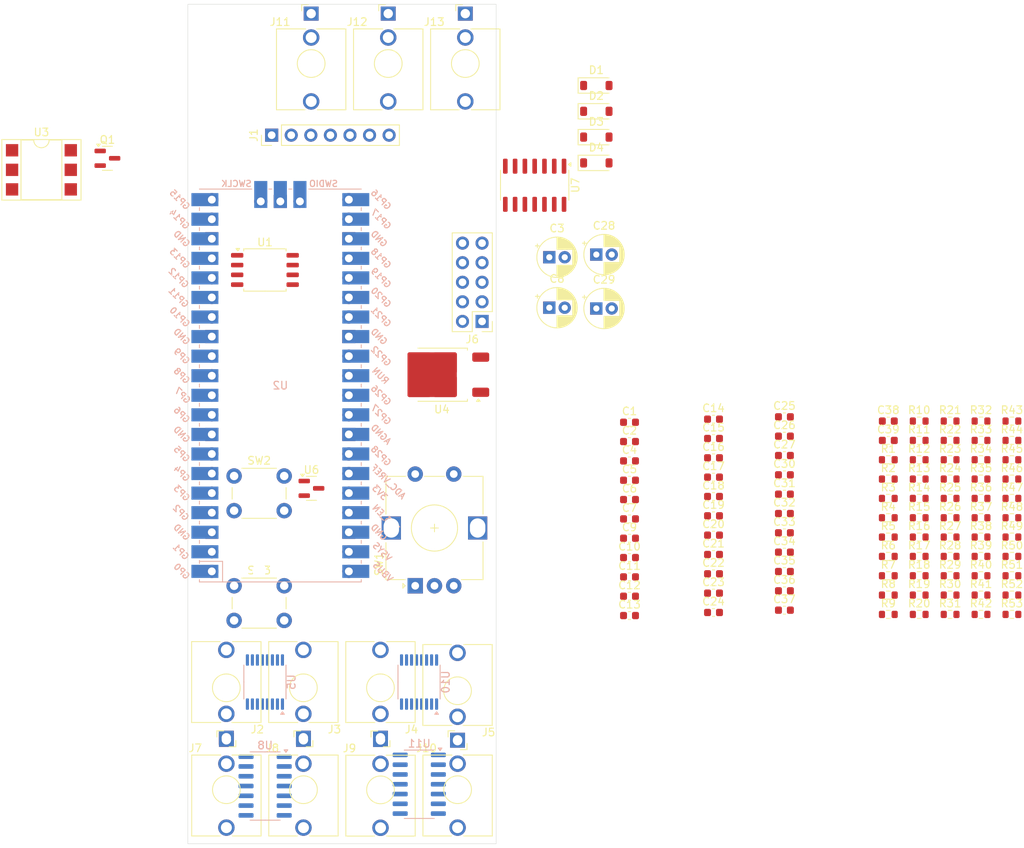
<source format=kicad_pcb>
(kicad_pcb (version 20240108) (generator "pcbnew") (generator_version "8.0")
  (layers (0 "F.Cu" signal) (31 "B.Cu" signal) (34 "B.Paste" user) (35 "F.Paste" user) (36 "B.SilkS" user "B.Silkscreen") (37 "F.SilkS" user "F.Silkscreen") (38 "B.Mask" user) (39 "F.Mask" user) (44 "Edge.Cuts" user))
  (net 0 "")
  (net 1 "+3.3V")
  (net 2 "GND")
  (net 3 "+5V")
  (net 4 "+12V")
  (net 5 "Net-(U7A-+)")
  (net 6 "+5VREF")
  (net 7 "Net-(U8A--)")
  (net 8 "Net-(C11-Pad2)")
  (net 9 "Net-(C12-Pad2)")
  (net 10 "Net-(U8B--)")
  (net 11 "Net-(U8C--)")
  (net 12 "Net-(C13-Pad2)")
  (net 13 "Net-(U8D--)")
  (net 14 "Net-(C14-Pad2)")
  (net 15 "-12V")
  (net 16 "+3V0")
  (net 18 "Net-(C33-Pad2)")
  (net 19 "Net-(U11A--)")
  (net 20 "Net-(U11B--)")
  (net 21 "Net-(C34-Pad2)")
  (net 22 "Net-(C35-Pad2)")
  (net 23 "Net-(U11C--)")
  (net 24 "Net-(U11D--)")
  (net 25 "Net-(C36-Pad2)")
  (net 26 "/CV_IN1")
  (net 27 "/CV_IN2")
  (net 28 "/CV_IN3")
  (net 29 "Net-(D1-A)")
  (net 30 "Net-(D1-K)")
  (net 31 "Net-(D2-K)")
  (net 32 "Net-(D3-K)")
  (net 33 "Net-(D4-K)")
  (net 34 "/DISP_DC")
  (net 35 "/DISP_DIN")
  (net 36 "/DISP_CLK")
  (net 37 "/DISP_RST")
  (net 38 "/DISP_CS")
  (net 39 "Net-(J2-PadT)")
  (net 41 "Net-(J3-PadT)")
  (net 44 "Net-(J4-PadT)")
  (net 46 "Net-(J5-PadT)")
  (net 47 "Net-(J7-PadT)")
  (net 48 "Net-(J8-PadT)")
  (net 49 "Net-(J9-PadT)")
  (net 51 "Net-(J10-PadT)")
  (net 52 "Net-(J11-PadT)")
  (net 54 "Net-(J12-PadT)")
  (net 57 "Net-(J13-PadT)")
  (net 58 "Net-(Q1-C)")
  (net 59 "/MIDI_TX")
  (net 62 "/ENC_B")
  (net 63 "/ENC_A")
  (net 64 "/BTN_ENC")
  (net 65 "/BTN_1")
  (net 66 "/BTN_2")
  (net 67 "Net-(U7B--)")
  (net 68 "Net-(U7C--)")
  (net 69 "Net-(U7D--)")
  (net 70 "Net-(U2-GPIO10)")
  (net 71 "/DAC2_DATA")
  (net 72 "Net-(U2-GPIO21)")
  (net 73 "/DAC2_CLK")
  (net 74 "Net-(U2-GPIO20)")
  (net 75 "Net-(U2-GPIO19)")
  (net 76 "/DAC2_SYNC")
  (net 77 "/DAC1_DATA")
  (net 78 "Net-(U2-GPIO18)")
  (net 79 "/DAC1_CLK")
  (net 80 "Net-(U2-GPIO17)")
  (net 81 "Net-(U2-GPIO16)")
  (net 82 "/DAC1_SYNC")
  (net 83 "Net-(U2-GPIO11)")
  (net 84 "/MEM_MISO")
  (net 85 "/MEM_MOSI")
  (net 86 "/MEM_CLK")
  (net 87 "/MEM_CS")
  (net 88 "/MIDI_RX")
  (net 92 "/DAC_RST")
  (net 96 "Net-(U5-VOUTC)")
  (net 97 "Net-(U5-VOUTA)")
  (net 98 "Net-(U5-VOUTD)")
  (net 99 "Net-(U5-VOUTB)")
  (net 100 "Net-(U10-VOUTB)")
  (net 101 "Net-(U10-VOUTA)")
  (net 102 "Net-(U10-VOUTD)")
  (net 103 "Net-(U10-VOUTC)")
  (footprint "Capacitor_SMD:C_0603_1608Metric" (layer "F.Cu") (at 177.405 102.6)
    (property "Reference" "C30" (at 0 -1.43 0) (layer "F.SilkS"))
    (property "Value" "1uF")
    (pad "1" smd roundrect (at -0.775 0) (size 0.9 0.95) (layers "F.Cu" "F.Paste" "F.Mask") (net 2 "GND"))
    (pad "2" smd roundrect (at 0.775 0) (size 0.9 0.95) (layers "F.Cu" "F.Paste" "F.Mask") (net 3 "+5V"))
  )
  (footprint "Resistor_SMD:R_0603_1608Metric" (layer "F.Cu") (at 194.895 100.64)
    (property "Reference" "R12" (at 0 -1.43 0) (layer "F.SilkS"))
    (property "Value" "10K")
    (pad "1" smd roundrect (at -0.825 0) (size 0.8 0.95) (layers "F.Cu" "F.Paste" "F.Mask") (net 6 "+5VREF"))
    (pad "2" smd roundrect (at 0.825 0) (size 0.8 0.95) (layers "F.Cu" "F.Paste" "F.Mask") (net 13 "Net-(U8D--)"))
  )
  (footprint "Resistor_SMD:R_0603_1608Metric" (layer "F.Cu") (at 190.885 110.68)
    (property "Reference" "R5" (at 0 -1.43 0) (layer "F.SilkS"))
    (property "Value" "1K")
    (pad "1" smd roundrect (at -0.825 0) (size 0.8 0.95) (layers "F.Cu" "F.Paste" "F.Mask") (net 58 "Net-(Q1-C)"))
    (pad "2" smd roundrect (at 0.825 0) (size 0.8 0.95) (layers "F.Cu" "F.Paste" "F.Mask") (net 3 "+5V"))
  )
  (footprint "Resistor_SMD:R_0603_1608Metric" (layer "F.Cu") (at 198.905 108.17)
    (property "Reference" "R26" (at 0 -1.43 0) (layer "F.SilkS"))
    (property "Value" "23.7K")
    (pad "1" smd roundrect (at -0.825 0) (size 0.8 0.95) (layers "F.Cu" "F.Paste" "F.Mask") (net 48 "Net-(J8-PadT)"))
    (pad "2" smd roundrect (at 0.825 0) (size 0.8 0.95) (layers "F.Cu" "F.Paste" "F.Mask") (net 32 "Net-(D3-K)"))
  )
  (footprint "Resistor_SMD:R_0603_1608Metric" (layer "F.Cu") (at 198.905 105.66)
    (property "Reference" "R25" (at 0 -1.43 0) (layer "F.SilkS"))
    (property "Value" "23.7K")
    (pad "1" smd roundrect (at -0.825 0) (size 0.8 0.95) (layers "F.Cu" "F.Paste" "F.Mask") (net 47 "Net-(J7-PadT)"))
    (pad "2" smd roundrect (at 0.825 0) (size 0.8 0.95) (layers "F.Cu" "F.Paste" "F.Mask") (net 31 "Net-(D2-K)"))
  )
  (footprint "Resistor_SMD:R_0603_1608Metric" (layer "F.Cu") (at 198.905 118.21)
    (property "Reference" "R30" (at 0 -1.43 0) (layer "F.SilkS"))
    (property "Value" "10K")
    (pad "1" smd roundrect (at -0.825 0) (size 0.8 0.95) (layers "F.Cu" "F.Paste" "F.Mask") (net 6 "+5VREF"))
    (pad "2" smd roundrect (at 0.825 0) (size 0.8 0.95) (layers "F.Cu" "F.Paste" "F.Mask") (net 19 "Net-(U11A--)"))
  )
  (footprint "Capacitor_SMD:C_0603_1608Metric" (layer "F.Cu") (at 157.305 95.77)
    (property "Reference" "C1" (at 0 -1.43 0) (layer "F.SilkS"))
    (property "Value" "0.1uF")
    (pad "1" smd roundrect (at -0.775 0) (size 0.9 0.95) (layers "F.Cu" "F.Paste" "F.Mask") (net 2 "GND"))
    (pad "2" smd roundrect (at 0.775 0) (size 0.9 0.95) (layers "F.Cu" "F.Paste" "F.Mask") (net 1 "+3.3V"))
  )
  (footprint "Capacitor_SMD:C_0603_1608Metric" (layer "F.Cu") (at 168.205 117.96)
    (property "Reference" "C23" (at 0 -1.43 0) (layer "F.SilkS"))
    (property "Value" "0.1uF")
    (pad "1" smd roundrect (at -0.775 0) (size 0.9 0.95) (layers "F.Cu" "F.Paste" "F.Mask") (net 2 "GND"))
    (pad "2" smd roundrect (at 0.775 0) (size 0.9 0.95) (layers "F.Cu" "F.Paste" "F.Mask") (net 16 "+3V0"))
  )
  (footprint "Resistor_SMD:R_0603_1608Metric" (layer "F.Cu") (at 198.905 103.15)
    (property "Reference" "R24" (at 0 -1.43 0) (layer "F.SilkS"))
    (property "Value" "220")
    (pad "1" smd roundrect (at -0.825 0) (size 0.8 0.95) (layers "F.Cu" "F.Paste" "F.Mask") (net 14 "Net-(C14-Pad2)"))
    (pad "2" smd roundrect (at 0.825 0) (size 0.8 0.95) (layers "F.Cu" "F.Paste" "F.Mask") (net 46 "Net-(J5-PadT)"))
  )
  (footprint "Capacitor_SMD:C_0603_1608Metric" (layer "F.Cu") (at 157.305 98.28)
    (property "Reference" "C2" (at 0 -1.43 0) (layer "F.SilkS"))
    (property "Value" "1uF")
    (pad "1" smd roundrect (at -0.775 0) (size 0.9 0.95) (layers "F.Cu" "F.Paste" "F.Mask") (net 2 "GND"))
    (pad "2" smd roundrect (at 0.775 0) (size 0.9 0.95) (layers "F.Cu" "F.Paste" "F.Mask") (net 3 "+5V"))
  )
  (footprint "Resistor_SMD:R_0603_1608Metric" (layer "F.Cu") (at 194.895 95.62)
    (property "Reference" "R10" (at 0 -1.43 0) (layer "F.SilkS"))
    (property "Value" "1K")
    (pad "1" smd roundrect (at -0.825 0) (size 0.8 0.95) (layers "F.Cu" "F.Paste" "F.Mask") (net 6 "+5VREF"))
    (pad "2" smd roundrect (at 0.825 0) (size 0.8 0.95) (layers "F.Cu" "F.Paste" "F.Mask") (net 4 "+12V"))
  )
  (footprint "Capacitor_SMD:C_0603_1608Metric" (layer "F.Cu") (at 177.405 105.11)
    (property "Reference" "C31" (at 0 -1.43 0) (layer "F.SilkS"))
    (property "Value" "0.1uF")
    (pad "1" smd roundrect (at -0.775 0) (size 0.9 0.95) (layers "F.Cu" "F.Paste" "F.Mask") (net 2 "GND"))
    (pad "2" smd roundrect (at 0.775 0) (size 0.9 0.95) (layers "F.Cu" "F.Paste" "F.Mask") (net 3 "+5V"))
  )
  (footprint "Resistor_SMD:R_0603_1608Metric" (layer "F.Cu") (at 198.905 120.72)
    (property "Reference" "R31" (at 0 -1.43 0) (layer "F.SilkS"))
    (property "Value" "10K")
    (pad "1" smd roundrect (at -0.825 0) (size 0.8 0.95) (layers "F.Cu" "F.Paste" "F.Mask") (net 6 "+5VREF"))
    (pad "2" smd roundrect (at 0.825 0) (size 0.8 0.95) (layers "F.Cu" "F.Paste" "F.Mask") (net 20 "Net-(U11B--)"))
  )
  (footprint "Capacitor_SMD:C_0603_1608Metric" (layer "F.Cu") (at 177.405 112.64)
    (property "Reference" "C34" (at 0 -1.43 0) (layer "F.SilkS"))
    (property "Value" "100pF")
    (pad "1" smd roundrect (at -0.775 0) (size 0.9 0.95) (layers "F.Cu" "F.Paste" "F.Mask") (net 20 "Net-(U11B--)"))
    (pad "2" smd roundrect (at 0.775 0) (size 0.9 0.95) (layers "F.Cu" "F.Paste" "F.Mask") (net 21 "Net-(C34-Pad2)"))
  )
  (footprint "Resistor_SMD:R_0603_1608Metric" (layer "F.Cu") (at 190.885 108.17)
    (property "Reference" "R4" (at 0 -1.43 0) (layer "F.SilkS"))
    (property "Value" "15K")
    (pad "1" smd roundrect (at -0.825 0) (size 0.8 0.95) (layers "F.Cu" "F.Paste" "F.Mask") (net 63 "/ENC_A"))
    (pad "2" smd roundrect (at 0.825 0) (size 0.8 0.95) (layers "F.Cu" "F.Paste" "F.Mask") (net 1 "+3.3V"))
  )
  (footprint "Resistor_SMD:R_0603_1608Metric" (layer "F.Cu") (at 194.895 113.19)
    (property "Reference" "R17" (at 0 -1.43 0) (layer "F.SilkS"))
    (property "Value" "10K")
    (pad "1" smd roundrect (at -0.825 0) (size 0.8 0.95) (layers "F.Cu" "F.Paste" "F.Mask") (net 7 "Net-(U8A--)"))
    (pad "2" smd roundrect (at 0.825 0) (size 0.8 0.95) (layers "F.Cu" "F.Paste" "F.Mask") (net 39 "Net-(J2-PadT)"))
  )
  (footprint "Capacitor_SMD:C_0603_1608Metric" (layer "F.Cu") (at 168.205 120.47)
    (property "Reference" "C24" (at 0 -1.43 0) (layer "F.SilkS"))
    (property "Value" "0.1uF")
    (pad "1" smd roundrect (at -0.775 0) (size 0.9 0.95) (layers "F.Cu" "F.Paste" "F.Mask"))
    (pad "2" smd roundrect (at 0.775 0) (size 0.9 0.95) (layers "F.Cu" "F.Paste" "F.Mask") (net 4 "+12V"))
  )
  (footprint "Resistor_SMD:R_0603_1608Metric" (layer "F.Cu") (at 206.925 100.64)
    (property "Reference" "R45" (at 0 -1.43 0) (layer "F.SilkS"))
    (property "Value" "220")
    (pad "1" smd roundrect (at -0.825 0) (size 0.8 0.95) (layers "F.Cu" "F.Paste" "F.Mask") (net 25 "Net-(C36-Pad2)"))
    (pad "2" smd roundrect (at 0.825 0) (size 0.8 0.95) (layers "F.Cu" "F.Paste" "F.Mask") (net 57 "Net-(J13-PadT)"))
  )
  (footprint "Capacitor_SMD:C_0603_1608Metric" (layer "F.Cu") (at 168.205 102.9)
    (property "Reference" "C17" (at 0 -1.43 0) (layer "F.SilkS"))
    (property "Value" "0.1uF")
    (pad "1" smd roundrect (at -0.775 0) (size 0.9 0.95) (layers "F.Cu" "F.Paste" "F.Mask") (net 2 "GND"))
    (pad "2" smd roundrect (at 0.775 0) (size 0.9 0.95) (layers "F.Cu" "F.Paste" "F.Mask") (net 4 "+12V"))
  )
  (footprint "Button_Switch_THT:SW_PUSH_6mm_H7.3mm" (layer "F.Cu") (at 106 117)
    (property "Reference" "SW3" (at 3.25 -2 0) (layer "F.SilkS"))
    (property "Value" "TL1105SPF100Q")
    (pad "1" thru_hole circle (at 0 0 90) (size 2 2) (drill 1.1) (layers "*.Cu" "*.Mask") (net 2 "GND"))
    (pad "1" thru_hole circle (at 6.5 0 90) (size 2 2) (drill 1.1) (layers "*.Cu" "*.Mask") (net 2 "GND"))
    (pad "2" thru_hole circle (at 0 4.5 90) (size 2 2) (drill 1.1) (layers "*.Cu" "*.Mask") (net 2 "GND"))
    (pad "2" thru_hole circle (at 6.5 4.5 90) (size 2 2) (drill 1.1) (layers "*.Cu" "*.Mask") (net 2 "GND"))
  )
  (footprint "Diode_SMD:D_SOD-123" (layer "F.Cu") (at 153 58.75)
    (property "Reference" "D3" (at 0 -2 0) (layer "F.SilkS"))
    (property "Value" "1N4148W")
    (pad "1" smd roundrect (at -1.65 0) (size 0.9 1.2) (layers "F.Cu" "F.Paste" "F.Mask") (net 32 "Net-(D3-K)"))
    (pad "2" smd roundrect (at 1.65 0) (size 0.9 1.2) (layers "F.Cu" "F.Paste" "F.Mask") (net 2 "GND"))
  )
  (footprint "Resistor_SMD:R_0603_1608Metric" (layer "F.Cu") (at 202.915 103.15)
    (property "Reference" "R35" (at 0 -1.43 0) (layer "F.SilkS"))
    (property "Value" "23.7K")
    (pad "1" smd roundrect (at -0.825 0) (size 0.8 0.95) (layers "F.Cu" "F.Paste" "F.Mask") (net 69 "Net-(U7D--)"))
    (pad "2" smd roundrect (at 0.825 0) (size 0.8 0.95) (layers "F.Cu" "F.Paste" "F.Mask") (net 28 "/CV_IN3"))
  )
  (footprint "Resistor_SMD:R_0603_1608Metric" (layer "F.Cu") (at 198.905 95.62)
    (property "Reference" "R21" (at 0 -1.43 0) (layer "F.SilkS"))
    (property "Value" "220")
    (pad "1" smd roundrect (at -0.825 0) (size 0.8 0.95) (layers "F.Cu" "F.Paste" "F.Mask") (net 8 "Net-(C11-Pad2)"))
    (pad "2" smd roundrect (at 0.825 0) (size 0.8 0.95) (layers "F.Cu" "F.Paste" "F.Mask") (net 39 "Net-(J2-PadT)"))
  )
  (footprint "Resistor_SMD:R_0603_1608Metric" (layer "F.Cu") (at 198.905 115.7)
    (property "Reference" "R29" (at 0 -1.43 0) (layer "F.SilkS"))
    (property "Value" "10K")
    (pad "1" smd roundrect (at -0.825 0) (size 0.8 0.95) (layers "F.Cu" "F.Paste" "F.Mask") (net 6 "+5VREF"))
    (pad "2" smd roundrect (at 0.825 0) (size 0.8 0.95) (layers "F.Cu" "F.Paste" "F.Mask") (net 24 "Net-(U11D--)"))
  )
  (footprint "Capacitor_THT:CP_Radial_D5.0mm_P2.00mm" (layer "F.Cu") (at 153 81)
    (property "Reference" "C29" (at 1 -3.75 0) (layer "F.SilkS"))
    (property "Value" "10uF")
    (pad "1" thru_hole rect (at 0 0) (size 1.6 1.6) (drill 0.8) (layers "*.Cu" "*.Mask") (net 2 "GND"))
    (pad "2" thru_hole circle (at 2 0) (size 1.6 1.6) (drill 0.8) (layers "*.Cu" "*.Mask") (net 15 "-12V"))
  )
  (footprint "Capacitor_SMD:C_0603_1608Metric" (layer "F.Cu") (at 157.305 108.32)
    (property "Reference" "C7" (at 0 -1.43 0) (layer "F.SilkS"))
    (property "Value" "0.1uF")
    (pad "1" smd roundrect (at -0.775 0) (size 0.9 0.95) (layers "F.Cu" "F.Paste" "F.Mask") (net 2 "GND"))
    (pad "2" smd roundrect (at 0.775 0) (size 0.9 0.95) (layers "F.Cu" "F.Paste" "F.Mask") (net 1 "+3.3V"))
  )
  (footprint "Resistor_SMD:R_0603_1608Metric" (layer "F.Cu") (at 202.915 115.7)
    (property "Reference" "R40" (at 0 -1.43 0) (layer "F.SilkS"))
    (property "Value" "10K")
    (pad "1" smd roundrect (at -0.825 0) (size 0.8 0.95) (layers "F.Cu" "F.Paste" "F.Mask") (net 2 "GND"))
    (pad "2" smd roundrect (at 0.825 0) (size 0.8 0.95) (layers "F.Cu" "F.Paste" "F.Mask") (net 27 "/CV_IN2"))
  )
  (footprint "Capacitor_SMD:C_0603_1608Metric" (layer "F.Cu") (at 168.205 105.41)
    (property "Reference" "C18" (at 0 -1.43 0) (layer "F.SilkS"))
    (property "Value" "0.1uF")
    (pad "1" smd roundrect (at -0.775 0) (size 0.9 0.95) (layers "F.Cu" "F.Paste" "F.Mask") (net 15 "-12V"))
    (pad "2" smd roundrect (at 0.775 0) (size 0.9 0.95) (layers "F.Cu" "F.Paste" "F.Mask") (net 2 "GND"))
  )
  (footprint "Capacitor_SMD:C_0603_1608Metric" (layer "F.Cu") (at 168.205 97.88)
    (property "Reference" "C15" (at 0 -1.43 0) (layer "F.SilkS"))
    (property "Value" "0.1uF")
    (pad "1" smd roundrect (at -0.775 0) (size 0.9 0.95) (layers "F.Cu" "F.Paste" "F.Mask") (net 2 "GND"))
    (pad "2" smd roundrect (at 0.775 0) (size 0.9 0.95) (layers "F.Cu" "F.Paste" "F.Mask") (net 6 "+5VREF"))
  )
  (footprint "Capacitor_SMD:C_0603_1608Metric" (layer "F.Cu") (at 168.205 107.92)
    (property "Reference" "C19" (at 0 -1.43 0) (layer "F.SilkS"))
    (property "Value" "1uF")
    (pad "1" smd roundrect (at -0.775 0) (size 0.9 0.95) (layers "F.Cu" "F.Paste" "F.Mask") (net 2 "GND"))
    (pad "2" smd roundrect (at 0.775 0) (size 0.9 0.95) (layers "F.Cu" "F.Paste" "F.Mask") (net 6 "+5VREF"))
  )
  (footprint "Connector_PinHeader_2.54mm:PinHeader_1x07_P2.54mm_Vertical" (layer "F.Cu") (at 110.875 58.5 90)
    (property "Reference" "J1" (at 0 -2.33 -90) (layer "F.SilkS"))
    (property "Value" "Conn_01x07_Pin")
    (pad "1" thru_hole rect (at 0 0 90) (size 1.7 1.7) (drill 1) (layers "*.Cu" "*.Mask") (net 1 "+3.3V"))
    (pad "2" thru_hole oval (at 0 2.54 90) (size 1.7 1.7) (drill 1) (layers "*.Cu" "*.Mask") (net 2 "GND"))
    (pad "3" thru_hole oval (at 0 5.08 90) (size 1.7 1.7) (drill 1) (layers "*.Cu" "*.Mask") (net 35 "/DISP_DIN"))
    (pad "4" thru_hole oval (at 0 7.62 90) (size 1.7 1.7) (drill 1) (layers "*.Cu" "*.Mask") (net 36 "/DISP_CLK"))
    (pad "5" thru_hole oval (at 0 10.16 90) (size 1.7 1.7) (drill 1) (layers "*.Cu" "*.Mask") (net 38 "/DISP_CS"))
    (pad "6" thru_hole oval (at 0 12.7 90) (size 1.7 1.7) (drill 1) (layers "*.Cu" "*.Mask") (net 34 "/DISP_DC"))
    (pad "7" thru_hole oval (at 0 15.24 90) (size 1.7 1.7) (drill 1) (layers "*.Cu" "*.Mask") (net 37 "/DISP_RST"))
  )
  (footprint "Capacitor_SMD:C_0603_1608Metric" (layer "F.Cu") (at 190.885 98.13)
    (property "Reference" "C39" (at 0 -1.43 0) (layer "F.SilkS"))
    (property "Value" "100pF")
    (pad "1" smd roundrect (at -0.775 0) (size 0.9 0.95) (layers "F.Cu" "F.Paste" "F.Mask") (net 2 "GND"))
    (pad "2" smd roundrect (at 0.775 0) (size 0.9 0.95) (layers "F.Cu" "F.Paste" "F.Mask") (net 28 "/CV_IN3"))
  )
  (footprint "Resistor_SMD:R_0603_1608Metric" (layer "F.Cu") (at 202.915 113.19)
    (property "Reference" "R39" (at 0 -1.43 0) (layer "F.SilkS"))
    (property "Value" "10K")
    (pad "1" smd roundrect (at -0.825 0) (size 0.8 0.95) (layers "F.Cu" "F.Paste" "F.Mask") (net 2 "GND"))
    (pad "2" smd roundrect (at 0.825 0) (size 0.8 0.95) (layers "F.Cu" "F.Paste" "F.Mask") (net 26 "/CV_IN1"))
  )
  (footprint "Resistor_SMD:R_0603_1608Metric" (layer "F.Cu") (at 202.915 120.72)
    (property "Reference" "R42" (at 0 -1.43 0) (layer "F.SilkS"))
    (property "Value" "220")
    (pad "1" smd roundrect (at -0.825 0) (size 0.8 0.95) (layers "F.Cu" "F.Paste" "F.Mask") (net 18 "Net-(C33-Pad2)"))
    (pad "2" smd roundrect (at 0.825 0) (size 0.8 0.95) (layers "F.Cu" "F.Paste" "F.Mask") (net 51 "Net-(J10-PadT)"))
  )
  (footprint "Resistor_SMD:R_0603_1608Metric" (layer "F.Cu") (at 206.925 118.21)
    (property "Reference" "R52" (at 0 -1.43 0) (layer "F.SilkS"))
    (property "Value" "22")
    (pad "1" smd roundrect (at -0.825 0) (size 0.8 0.95) (layers "F.Cu" "F.Paste" "F.Mask") (net 81 "Net-(U2-GPIO16)"))
    (pad "2" smd roundrect (at 0.825 0) (size 0.8 0.95) (layers "F.Cu" "F.Paste" "F.Mask") (net 82 "/DAC1_SYNC"))
  )
  (footprint "Resistor_SMD:R_0603_1608Metric" (layer "F.Cu") (at 202.915 98.13)
    (property "Reference" "R33" (at 0 -1.43 0) (layer "F.SilkS"))
    (property "Value" "23.7K")
    (pad "1" smd roundrect (at -0.825 0) (size 0.8 0.95) (layers "F.Cu" "F.Paste" "F.Mask") (net 67 "Net-(U7B--)"))
    (pad "2" smd roundrect (at 0.825 0) (size 0.8 0.95) (layers "F.Cu" "F.Paste" "F.Mask") (net 26 "/CV_IN1"))
  )
  (footprint "Resistor_SMD:R_0603_1608Metric" (layer "F.Cu") (at 206.925 103.15)
    (property "Reference" "R46" (at 0 -1.43 0) (layer "F.SilkS"))
    (property "Value" "22")
    (pad "1" smd roundrect (at -0.825 0) (size 0.8 0.95) (layers "F.Cu" "F.Paste" "F.Mask") (net 36 "/DISP_CLK"))
    (pad "2" smd roundrect (at 0.825 0) (size 0.8 0.95) (layers "F.Cu" "F.Paste" "F.Mask") (net 70 "Net-(U2-GPIO10)"))
  )
  (footprint "Resistor_SMD:R_0603_1608Metric" (layer "F.Cu") (at 194.895 118.21)
    (property "Reference" "R19" (at 0 -1.43 0) (layer "F.SilkS"))
    (property "Value" "10K")
    (pad "1" smd roundrect (at -0.825 0) (size 0.8 0.95) (layers "F.Cu" "F.Paste" "F.Mask") (net 11 "Net-(U8C--)"))
    (pad "2" smd roundrect (at 0.825 0) (size 0.8 0.95) (layers "F.Cu" "F.Paste" "F.Mask") (net 44 "Net-(J4-PadT)"))
  )
  (footprint "Capacitor_THT:CP_Radial_D5.0mm_P2.00mm" (layer "F.Cu") (at 146.9 74.35)
    (property "Reference" "C3" (at 1 -3.75 0) (layer "F.SilkS"))
    (property "Value" "47uF")
    (pad "1" thru_hole rect (at 0 0) (size 1.6 1.6) (drill 0.8) (layers "*.Cu" "*.Mask") (net 3 "+5V"))
    (pad "2" thru_hole circle (at 2 0) (size 1.6 1.6) (drill 0.8) (layers "*.Cu" "*.Mask") (net 2 "GND"))
  )
  (footprint "Capacitor_SMD:C_0603_1608Metric" (layer "F.Cu") (at 177.405 120.17)
    (property "Reference" "C37" (at 0 -1.43 0) (layer "F.SilkS"))
    (property "Value" "100pF")
    (pad "1" smd roundrect (at -0.775 0) (size 0.9 0.95) (layers "F.Cu" "F.Paste" "F.Mask") (net 2 "GND"))
    (pad "2" smd roundrect (at 0.775 0) (size 0.9 0.95) (layers "F.Cu" "F.Paste" "F.Mask") (net 26 "/CV_IN1"))
  )
  (footprint "Button_Switch_THT:SW_PUSH_6mm_H7.3mm" (layer "F.Cu") (at 106 102.75)
    (property "Reference" "SW2" (at 3.25 -2 0) (layer "F.SilkS"))
    (property "Value" "TL1105SPF100Q")
    (pad "1" thru_hole circle (at 0 0 90) (size 2 2) (drill 1.1) (layers "*.Cu" "*.Mask") (net 2 "GND"))
    (pad "1" thru_hole circle (at 6.5 0 90) (size 2 2) (drill 1.1) (layers "*.Cu" "*.Mask") (net 2 "GND"))
    (pad "2" thru_hole circle (at 0 4.5 90) (size 2 2) (drill 1.1) (layers "*.Cu" "*.Mask") (net 2 "GND"))
    (pad "2" thru_hole circle (at 6.5 4.5 90) (size 2 2) (drill 1.1) (layers "*.Cu" "*.Mask") (net 2 "GND"))
  )
  (footprint "Connector_Audio:Jack_3.5mm_QingPu_WQP-PJ398SM_Vertical_CircularHoles" (layer "F.Cu") (at 104.990858 136.72945 180)
    (property "Reference" "J2" (at -4.03 1.08 180) (layer "F.SilkS"))
    (property "Value" "AudioJack2_SwitchT")
    (pad "S" thru_hole rect (at 0 0) (size 1.93 1.83) (drill 1.22) (layers "*.Cu" "*.Mask") (net 2 "GND"))
    (pad "T" thru_hole circle (at 0 11.4) (size 2.13 2.13) (drill 1.43) (layers "*.Cu" "*.Mask") (net 39 "Net-(J2-PadT)"))
    (pad "TN" thru_hole circle (at 0 3.1) (size 2.13 2.13) (drill 1.42) (layers "*.Cu" "*.Mask"))
  )
  (footprint "Capacitor_SMD:C_0603_1608Metric" (layer "F.Cu") (at 168.205 110.43)
    (property "Reference" "C20" (at 0 -1.43 0) (layer "F.SilkS"))
    (property "Value" "1uF")
    (pad "1" smd roundrect (at -0.775 0) (size 0.9 0.95) (layers "F.Cu" "F.Paste" "F.Mask") (net 2 "GND"))
    (pad "2" smd roundrect (at 0.775 0) (size 0.9 0.95) (layers "F.Cu" "F.Paste" "F.Mask") (net 6 "+5VREF"))
  )
  (footprint "Diode_SMD:D_SOD-123" (layer "F.Cu") (at 153 52.05)
    (property "Reference" "D1" (at 0 -2 0) (layer "F.SilkS"))
    (property "Value" "1N4148W")
    (pad "1" smd roundrect (at -1.65 0) (size 0.9 1.2) (layers "F.Cu" "F.Paste" "F.Mask") (net 30 "Net-(D1-K)"))
    (pad "2" smd roundrect (at 1.65 0) (size 0.9 1.2) (layers "F.Cu" "F.Paste" "F.Mask") (net 29 "Net-(D1-A)"))
  )
  (footprint "Resistor_SMD:R_0603_1608Metric" (layer "F.Cu") (at 194.895 108.17)
    (property "Reference" "R15" (at 0 -1.43 0) (layer "F.SilkS"))
    (property "Value" "15K")
    (pad "1" smd roundrect (at -0.825 0) (size 0.8 0.95) (layers "F.Cu" "F.Paste" "F.Mask") (net 5 "Net-(U7A-+)"))
    (pad "2" smd roundrect (at 0.825 0) (size 0.8 0.95) (layers "F.Cu" "F.Paste" "F.Mask") (net 6 "+5VREF"))
  )
  (footprint "Resistor_SMD:R_0603_1608Metric" (layer "F.Cu") (at 206.925 110.68)
    (property "Reference" "R49" (at 0 -1.43 0) (layer "F.SilkS"))
    (property "Value" "22")
    (pad "1" smd roundrect (at -0.825 0) (size 0.8 0.95) (layers "F.Cu" "F.Paste" "F.Mask") (net 75 "Net-(U2-GPIO19)"))
    (pad "2" smd roundrect (at 0.825 0) (size 0.8 0.95) (layers "F.Cu" "F.Paste" "F.Mask") (net 76 "/DAC2_SYNC"))
  )
  (footprint "Capacitor_SMD:C_0603_1608Metric" (layer "F.Cu") (at 190.885 95.62)
    (property "Reference" "C38" (at 0 -1.43 0) (layer "F.SilkS"))
    (property "Value" "100pF")
    (pad "1" smd roundrect (at -0.775 0) (size 0.9 0.95) (layers "F.Cu" "F.Paste" "F.Mask") (net 2 "GND"))
    (pad "2" smd roundrect (at 0.775 0) (size 0.9 0.95) (layers "F.Cu" "F.Paste" "F.Mask") (net 27 "/CV_IN2"))
  )
  (footprint "Connector_PinHeader_2.54mm:PinHeader_2x05_P2.54mm_Vertical" (layer "F.Cu") (at 138.175 82.675 180)
    (property "Reference" "J6" (at 1.27 -2.33 180) (layer "F.SilkS"))
    (property "Value" "Conn_02x05_Odd_Even")
    (pad "1" thru_hole rect (at 0 0 180) (size 1.7 1.7) (drill 1) (layers "*.Cu" "*.Mask") (net 4 "+12V"))
    (pad "2" thru_hole oval (at 2.54 0 180) (size 1.7 1.7) (drill 1) (layers "*.Cu" "*.Mask") (net 4 "+12V"))
    (pad "3" thru_hole oval (at 0 2.54 180) (size 1.7 1.7) (drill 1) (layers "*.Cu" "*.Mask") (net 2 "GND"))
    (pad "4" thru_hole oval (at 2.54 2.54 180) (size 1.7 1.7) (drill 1) (layers "*.Cu" "*.Mask") (net 2 "GND"))
    (pad "5" thru_hole oval (at 0 5.08 180) (size 1.7 1.7) (drill 1) (layers "*.Cu" "*.Mask") (net 2 "GND"))
    (pad "6" thru_hole oval (at 2.54 5.08 180) (size 1.7 1.7) (drill 1) (layers "*.Cu" "*.Mask") (net 2 "GND"))
    (pad "7" thru_hole oval (at 0 7.62 180) (size 1.7 1.7) (drill 1) (layers "*.Cu" "*.Mask") (net 2 "GND"))
    (pad "8" thru_hole oval (at 2.54 7.62 180) (size 1.7 1.7) (drill 1) (layers "*.Cu" "*.Mask") (net 2 "GND"))
    (pad "9" thru_hole oval (at 0 10.16 180) (size 1.7 1.7) (drill 1) (layers "*.Cu" "*.Mask") (net 15 "-12V"))
    (pad "10" thru_hole oval (at 2.54 10.16 180) (size 1.7 1.7) (drill 1) (layers "*.Cu" "*.Mask") (net 15 "-12V"))
  )
  (footprint "Capacitor_SMD:C_0603_1608Metric" (layer "F.Cu") (at 168.205 115.45)
    (property "Reference" "C22" (at 0 -1.43 0) (layer "F.SilkS"))
    (property "Value" "0.1uF")
    (pad "1" smd roundrect (at -0.775 0) (size 0.9 0.95) (layers "F.Cu" "F.Paste" "F.Mask") (net 15 "-12V"))
    (pad "2" smd roundrect (at 0.775 0) (size 0.9 0.95) (layers "F.Cu" "F.Paste" "F.Mask") (net 2 "GND"))
  )
  (footprint "Resistor_SMD:R_0603_1608Metric" (layer "F.Cu") (at 206.925 105.66)
    (property "Reference" "R47" (at 0 -1.43 0) (layer "F.SilkS"))
    (property "Value" "22")
    (pad "1" smd roundrect (at -0.825 0) (size 0.8 0.95) (layers "F.Cu" "F.Paste" "F.Mask") (net 72 "Net-(U2-GPIO21)"))
    (pad "2" smd roundrect (at 0.825 0) (size 0.8 0.95) (layers "F.Cu" "F.Paste" "F.Mask") (net 71 "/DAC2_DATA"))
  )
  (footprint "Capacitor_SMD:C_0603_1608Metric" (layer "F.Cu") (at 157.305 110.83)
    (property "Reference" "C9" (at 0 -1.43 0) (layer "F.SilkS"))
    (property "Value" "0.1uF")
    (pad "1" smd roundrect (at -0.775 0) (size 0.9 0.95) (layers "F.Cu" "F.Paste" "F.Mask") (net 2 "GND"))
    (pad "2" smd roundrect (at 0.775 0) (size 0.9 0.95) (layers "F.Cu" "F.Paste" "F.Mask") (net 5 "Net-(U7A-+)"))
  )
  (footprint "Resistor_SMD:R_0603_1608Metric" (layer "F.Cu") (at 190.885 120.72)
    (property "Reference" "R9" (at 0 -1.43 0) (layer "F.SilkS"))
    (property "Value" "15K")
    (pad "1" smd roundrect (at -0.825 0) (size 0.8 0.95) (layers "F.Cu" "F.Paste" "F.Mask") (net 66 "/BTN_2"))
    (pad "2" smd roundrect (at 0.825 0) (size 0.8 0.95) (layers "F.Cu" "F.Paste" "F.Mask") (net 1 "+3.3V"))
  )
  (footprint "Resistor_SMD:R_0603_1608Metric" (layer "F.Cu") (at 202.915 108.17)
    (property "Reference" "R37" (at 0 -1.43 0) (layer "F.SilkS"))
    (property "Value" "10K")
    (pad "1" smd roundrect (at -0.825 0) (size 0.8 0.95) (layers "F.Cu" "F.Paste" "F.Mask") (net 23 "Net-(U11C--)"))
    (pad "2" smd roundrect (at 0.825 0) (size 0.8 0.95) (layers "F.Cu" "F.Paste" "F.Mask") (net 54 "Net-(J12-PadT)"))
  )
  (footprint "Resistor_SMD:R_0603_1608Metric" (layer "F.Cu") (at 190.885 105.66)
    (property "Reference" "R3" (at 0 -1.43 0) (layer "F.SilkS"))
    (property "Value" "15K")
    (pad "1" smd roundrect (at -0.825 0) (size 0.8 0.95) (layers "F.Cu" "F.Paste" "F.Mask") (net 62 "/ENC_B"))
    (pad "2" smd roundrect (at 0.825 0) (size 0.8 0.95) (layers "F.Cu" "F.Paste" "F.Mask") (net 1 "+3.3V"))
  )
  (footprint "Connector_Audio:Jack_3.5mm_QingPu_WQP-PJ398SM_Vertical_CircularHoles" (layer "F.Cu") (at 134.990858 137.10945 180)
    (property "Reference" "J5" (at -4.03 1.08 180) (layer "F.SilkS"))
    (property "Value" "AudioJack2_SwitchT")
    (pad "S" thru_hole rect (at 0 0) (size 1.93 1.83) (drill 1.22) (layers "*.Cu" "*.Mask") (net 2 "GND"))
    (pad "T" thru_hole circle (at 0 11.4) (size 2.13 2.13) (drill 1.43) (layers "*.Cu" "*.Mask") (net 46 "Net-(J5-PadT)"))
    (pad "TN" thru_hole circle (at 0 3.1) (size 2.13 2.13) (drill 1.42) (layers "*.Cu" "*.Mask"))
  )
  (footprint "Resistor_SMD:R_0603_1608Metric" (layer "F.Cu") (at 202.915 105.66)
    (property "Reference" "R36" (at 0 -1.43 0) (layer "F.SilkS"))
    (property "Value" "10K")
    (pad "1" smd roundrect (at -0.825 0) (size 0.8 0.95) (layers "F.Cu" "F.Paste" "F.Mask") (net 20 "Net-(U11B--)"))
    (pad "2" smd roundrect (at 0.825 0) (size 0.8 0.95) (layers "F.Cu" "F.Paste" "F.Mask") (net 52 "Net-(J11-PadT)"))
  )
  (footprint "Rotary_Encoder:RotaryEncoder_Alps_EC12E-Switch_Vertical_H20mm" (layer "F.Cu") (at 129.5 117 90)
    (property "Reference" "SW1" (at 2.8 -4.7 -90) (layer "F.SilkS"))
    (property "Value" "RotaryEncoder_Switch")
    (pad "A" thru_hole rect (at 0 0 90) (size 2 2) (drill 1) (layers "*.Cu" "*.Mask") (net 63 "/ENC_A"))
    (pad "B" thru_hole circle (at 0 5 90) (size 2 2) (drill 1) (layers "*.Cu" "*.Mask") (net 62 "/ENC_B"))
    (pad "C" thru_hole circle (at 0 2.5 90) (size 2 2) (drill 1) (layers "*.Cu" "*.Mask") (net 2 "GND"))
    (pad "MP" thru_hole rect (at 7.5 -3.1 90) (size 3 2.5) (drill oval 2.5 2) (layers "*.Cu" "*.Mask"))
    (pad "MP" thru_hole rect (at 7.5 8.1 90) (size 3 2.5) (drill oval 2.5 2) (layers "*.Cu" "*.Mask"))
    (pad "S1" thru_hole circle (at 14.5 0 90) (size 2 2) (drill 1) (layers "*.Cu" "*.Mask") (net 64 "/BTN_ENC"))
    (pad "S2" thru_hole circle (at 14.5 5 90) (size 2 2) (drill 1) (layers "*.Cu" "*.Mask") (net 2 "GND"))
  )
  (footprint "Diode_SMD:D_SOD-123" (layer "F.Cu") (at 153 62.1)
    (property "Reference" "D4" (at 0 -2 0) (layer "F.SilkS"))
    (property "Value" "1N4148W")
    (pad "1" smd roundrect (at -1.65 0) (size 0.9 1.2) (layers "F.Cu" "F.Paste" "F.Mask") (net 33 "Net-(D4-K)"))
    (pad "2" smd roundrect (at 1.65 0) (size 0.9 1.2) (layers "F.Cu" "F.Paste" "F.Mask") (net 2 "GND"))
  )
  (footprint "Package_TO_SOT_SMD:SOT-23" (layer "F.Cu") (at 89.5625 61.5)
    (property "Reference" "Q1" (at 0 -2.4 0) (layer "F.SilkS"))
    (property "Value" "MMBT3904")
    (pad "1" smd roundrect (at -0.9375 -0.95) (size 1.475 0.6) (layers "F.Cu" "F.Paste" "F.Mask") (net 59 "/MIDI_TX"))
    (pad "2" smd roundrect (at -0.9375 0.95) (size 1.475 0.6) (layers "F.Cu" "F.Paste" "F.Mask") (net 2 "GND"))
    (pad "3" smd roundrect (at 0.9375 0) (size 1.475 0.6) (layers "F.Cu" "F.Paste" "F.Mask") (net 58 "Net-(Q1-C)"))
  )
  (footprint "Package_SO:SOIC-14_3.9x8.7mm_P1.27mm" (layer "F.Cu") (at 145 65 -90)
    (property "Reference" "U7" (at 0 -5.28 90) (layer "F.SilkS"))
    (property "Value" "OPA4196xD")
    (pad "1" smd roundrect (at -2.475 -3.81 270) (size 1.95 0.6) (layers "F.Cu" "F.Paste" "F.Mask") (net 16 "+3V0"))
    (pad "2" smd roundrect (at -2.475 -2.54 270) (size 1.95 0.6) (layers "F.Cu" "F.Paste" "F.Mask") (net 16 "+3V0"))
    (pad "3" smd roundrect (at -2.475 -1.27 270) (size 1.95 0.6) (layers "F.Cu" "F.Paste" "F.Mask") (net 5 "Net-(U7A-+)"))
    (pad "4" smd roundrect (at -2.475 0 270) (size 1.95 0.6) (layers "F.Cu" "F.Paste" "F.Mask") (net 4 "+12V"))
    (pad "5" smd roundrect (at -2.475 1.27 270) (size 1.95 0.6) (layers "F.Cu" "F.Paste" "F.Mask") (net 31 "Net-(D2-K)"))
    (pad "6" smd roundrect (at -2.475 2.54 270) (size 1.95 0.6) (layers "F.Cu" "F.Paste" "F.Mask") (net 67 "Net-(U7B--)"))
    (pad "7" smd roundrect (at -2.475 3.81 270) (size 1.95 0.6) (layers "F.Cu" "F.Paste" "F.Mask") (net 67 "Net-(U7B--)"))
    (pad "8" smd roundrect (at 2.475 3.81 270) (size 1.95 0.6) (layers "F.Cu" "F.Paste" "F.Mask") (net 68 "Net-(U7C--)"))
    (pad "9" smd roundrect (at 2.475 2.54 270) (size 1.95 0.6) (layers "F.Cu" "F.Paste" "F.Mask") (net 68 "Net-(U7C--)"))
    (pad "10" smd roundrect (at 2.475 1.27 270) (size 1.95 0.6) (layers "F.Cu" "F.Paste" "F.Mask") (net 32 "Net-(D3-K)"))
    (pad "11" smd roundrect (at 2.475 0 270) (size 1.95 0.6) (layers "F.Cu" "F.Paste" "F.Mask") (net 15 "-12V"))
    (pad "12" smd roundrect (at 2.475 -1.27 270) (size 1.95 0.6) (layers "F.Cu" "F.Paste" "F.Mask") (net 33 "Net-(D4-K)"))
    (pad "13" smd roundrect (at 2.475 -2.54 270) (size 1.95 0.6) (layers "F.Cu" "F.Paste" "F.Mask") (net 69 "Net-(U7D--)"))
    (pad "14" smd roundrect (at 2.475 -3.81 270) (size 1.95 0.6) (layers "F.Cu" "F.Paste" "F.Mask") (net 69 "Net-(U7D--)"))
  )
  (footprint "Connector_Audio:Jack_3.5mm_QingPu_WQP-PJ398SM_Vertical_CircularHoles" (layer "F.Cu") (at 115 137)
    (property "Reference" "J8" (at -4.03 1.08 180) (layer "F.SilkS"))
    (property "Value" "AudioJack2_SwitchT")
    (pad "S" thru_hole rect (at 0 0 180) (size 1.93 1.83) (drill 1.22) (layers "*.Cu" "*.Mask") (net 2 "GND"))
    (pad "T" thru_hole circle (at 0 11.4 180) (size 2.13 2.13) (drill 1.43) (layers "*.Cu" "*.Mask") (net 48 "Net-(J8-PadT)"))
    (pad "TN" thru_hole circle (at 0 3.1 180) (size 2.13 2.13) (drill 1.42) (layers "*.Cu" "*.Mask") (net 2 "GND"))
  )
  (footprint "Resistor_SMD:R_0603_1608Metric" (layer "F.Cu") (at 190.885 113.19)
    (property "Reference" "R6" (at 0 -1.43 0) (layer "F.SilkS"))
    (property "Value" "15K")
    (pad "1" smd roundrect (at -0.825 0) (size 0.8 0.95) (layers "F.Cu" "F.Paste" "F.Mask") (net 59 "/MIDI_TX"))
    (pad "2" smd roundrect (at 0.825 0) (size 0.8 0.95) (layers "F.Cu" "F.Paste" "F.Mask") (net 2 "GND"))
  )
  (footprint "Resistor_SMD:R_0603_1608Metric" (layer "F.Cu") (at 190.885 115.7)
    (property "Reference" "R7" (at 0 -1.43 0) (layer "F.SilkS"))
    (property "Value" "15K")
    (pad "1" smd roundrect (at -0.825 0) (size 0.8 0.95) (layers "F.Cu" "F.Paste" "F.Mask") (net 64 "/BTN_ENC"))
    (pad "2" smd roundrect (at 0.825 0) (size 0.8 0.95) (layers "F.Cu" "F.Paste" "F.Mask") (net 1 "+3.3V"))
  )
  (footprint "Capacitor_SMD:C_0603_1608Metric" (layer "F.Cu") (at 177.405 117.66)
    (property "Reference" "C36" (at 0 -1.43 0) (layer "F.SilkS"))
    (property "Value" "100pF")
    (pad "1" smd roundrect (at -0.775 0) (size 0.9 0.95) (layers "F.Cu" "F.Paste" "F.Mask") (net 24 "Net-(U11D--)"))
    (pad "2" smd roundrect (at 0.775 0) (size 0.9 0.95) (layers "F.Cu" "F.Paste" "F.Mask") (net 25 "Net-(C36-Pad2)"))
  )
  (footprint "Resistor_SMD:R_0603_1608Metric" (layer "F.Cu") (at 190.885 103.15)
    (property "Reference" "R2" (at 0 -1.43 0) (layer "F.SilkS"))
    (property "Value" "220")
    (pad "1" smd roundrect (at -0.825 0) (size 0.8 0.95) (layers "F.Cu" "F.Paste" "F.Mask"))
    (pad "2" smd roundrect (at 0.825 0) (size 0.8 0.95) (layers "F.Cu" "F.Paste" "F.Mask") (net 58 "Net-(Q1-C)"))
  )
  (footprint "Capacitor_SMD:C_0603_1608Metric" (layer "F.Cu") (at 168.205 112.94)
    (property "Reference" "C21" (at 0 -1.43 0) (layer "F.SilkS"))
    (property "Value" "0.1uF")
    (pad "1" smd roundrect (at -0.775 0) (size 0.9 0.95) (layers "F.Cu" "F.Paste" "F.Mask") (net 2 "GND"))
    (pad "2" smd roundrect (at 0.775 0) (size 0.9 0.95) (layers "F.Cu" "F.Paste" "F.Mask") (net 4 "+12V"))
  )
  (footprint "Capacitor_SMD:C_0603_1608Metric" (layer "F.Cu") (at 157.305 120.87)
    (property "Reference" "C13" (at 0 -1.43 0) (layer "F.SilkS"))
    (property "Value" "100pF")
    (pad "1" smd roundrect (at -0.775 0) (size 0.9 0.95) (layers "F.Cu" "F.Paste" "F.Mask") (net 11 "Net-(U8C--)"))
    (pad "2" smd roundrect (at 0.775 0) (size 0.9 0.95) (layers "F.Cu" "F.Paste" "F.Mask") (net 12 "Net-(C13-Pad2)"))
  )
  (footprint "Resistor_SMD:R_0603_1608Metric" (layer "F.Cu") (at 206.925 98.13)
    (property "Reference" "R44" (at 0 -1.43 0) (layer "F.SilkS"))
    (property "Value" "220")
    (pad "1" smd roundrect (at -0.825 0) (size 0.8 0.95) (layers "F.Cu" "F.Paste" "F.Mask") (net 22 "Net-(C35-Pad2)"))
    (pad "2" smd roundrect (at 0.825 0) (size 0.8 0.95) (layers "F.Cu" "F.Paste" "F.Mask") (net 54 "Net-(J12-PadT)"))
  )
  (footprint "Capacitor_SMD:C_0603_1608Metric" (layer "F.Cu") (at 177.405 110.13)
    (property "Reference" "C33" (at 0 -1.43 0) (layer "F.SilkS"))
    (property "Value" "100pF")
    (pad "1" smd roundrect (at -0.775 0) (size 0.9 0.95) (layers "F.Cu" "F.Paste" "F.Mask") (net 19 "Net-(U11A--)"))
    (pad "2" smd roundrect (at 0.775 0) (size 0.9 0.95) (layers "F.Cu" "F.Paste" "F.Mask") (net 18 "Net-(C33-Pad2)"))
  )
  (footprint "Resistor_SMD:R_0603_1608Metric" (layer "F.Cu") (at 194.895 110.68)
    (property "Reference" "R16" (at 0 -1.43 0) (layer "F.SilkS"))
    (property "Value" "10K")
    (pad "1" smd roundrect (at -0.825 0) (size 0.8 0.95) (layers "F.Cu" "F.Paste" "F.Mask") (net 2 "GND"))
    (pad "2" smd roundrect (at 0.825 0) (size 0.8 0.95) (layers "F.Cu" "F.Paste" "F.Mask") (net 5 "Net-(U7A-+)"))
  )
  (footprint "Capacitor_SMD:C_0603_1608Metric" (layer "F.Cu") (at 168.205 95.37)
    (property "Reference" "C14" (at 0 -1.43 0) (layer "F.SilkS"))
    (property "Value" "100pF")
    (pad "1" smd roundrect (at -0.775 0) (size 0.9 0.95) (layers "F.Cu" "F.Paste" "F.Mask") (net 13 "Net-(U8D--)"))
    (pad "2" smd roundrect (at 0.775 0) (size 0.9 0.95) (layers "F.Cu" "F.Paste" "F.Mask") (net 14 "Net-(C14-Pad2)"))
  )
  (footprint "Capacitor_SMD:C_0603_1608Metric" (layer "F.Cu") (at 157.305 118.36)
    (property "Reference" "C12" (at 0 -1.43 0) (layer "F.SilkS"))
    (property "Value" "100pF")
    (pad "1" smd roundrect (at -0.775 0) (size 0.9 0.95) (layers "F.Cu" "F.Paste" "F.Mask") (net 10 "Net-(U8B--)"))
    (pad "2" smd roundrect (at 0.775 0) (size 0.9 0.95) (layers "F.Cu" "F.Paste" "F.Mask") (net 9 "Net-(C12-Pad2)"))
  )
  (footprint "Resistor_SMD:R_0603_1608Metric" (layer "F.Cu") (at 190.885 100.64)
    (property "Reference" "R1" (at 0 -1.43 0) (layer "F.SilkS"))
    (property "Value" "220")
    (pad "1" smd roundrect (at -0.825 0) (size 0.8 0.95) (layers "F.Cu" "F.Paste" "F.Mask"))
    (pad "2" smd roundrect (at 0.825 0) (size 0.8 0.95) (layers "F.Cu" "F.Paste" "F.Mask") (net 30 "Net-(D1-K)"))
  )
  (footprint "Capacitor_SMD:C_0603_1608Metric" (layer "F.Cu") (at 157.305 115.85)
    (property "Reference" "C11" (at 0 -1.43 0) (layer "F.SilkS"))
    (property "Value" "100pF")
    (pad "1" smd roundrect (at -0.775 0) (size 0.9 0.95) (layers "F.Cu" "F.Paste" "F.Mask") (net 7 "Net-(U8A--)"))
    (pad "2" smd roundrect (at 0.775 0) (size 0.9 0.95) (layers "F.Cu" "F.Paste" "F.Mask") (net 8 "Net-(C11-Pad2)"))
  )
  (footprint "Resistor_SMD:R_0603_1608Metric" (layer "F.Cu") (at 202.915 95.62)
    (property "Reference" "R32" (at 0 -1.43 0) (layer "F.SilkS"))
    (property "Value" "10K")
    (pad "1" smd roundrect (at -0.825 0) (size 0.8 0.95) (layers "F.Cu" "F.Paste" "F.Mask") (net 19 "Net-(U11A--)"))
    (pad "2" smd roundrect (at 0.825 0) (size 0.8 0.95) (layers "F.Cu" "F.Paste" "F.Mask") (net 51 "Net-(J10-PadT)"))
  )
  (footprint "Connector_Audio:Jack_3.5mm_QingPu_WQP-PJ398SM_Vertical_CircularHoles" (layer "F.Cu") (at 136 42.72)
    (property "Reference" "J13" (at -4.03 1.08 180) (layer "F.SilkS"))
    (property "Value" "AudioJack2_SwitchT")
    (pad "S" thru_hole rect (at 0 0 180) (size 1.93 1.83) (drill 1.22) (layers "*.Cu" "*.Mask") (net 2 "GND"))
    (pad "T" thru_hole circle (at 0 11.4 180) (size 2.13 2.13) (drill 1.43) (layers "*.Cu" "*.Mask") (net 57 "Net-(J13-PadT)"))
    (pad "TN" thru_hole circle (at 0 3.1 180) (size 2.13 2.13) (drill 1.42) (layers "*.Cu" "*.Mask"))
  )
  (footprint "Connector_Audio:Jack_3.5mm_QingPu_WQP-PJ398SM_Vertical_CircularHoles" (layer "F.Cu") (at 105 137)
    (property "Reference" "J7" (at -4.03 1.08 180) (layer "F.SilkS"))
    (property "Value" "AudioJack2_SwitchT")
    (pad "S" thru_hole rect (at 0 0 180) (size 1.93 1.83) (drill 1.22) (layers "*.Cu" "*.Mask") (net 2 "GND"))
    (pad "T" thru_hole circle (at 0 11.4 180) (size 2.13 2.13) (drill 1.43) (layers "*.Cu" "*.Mask") (net 47 "Net-(J7-PadT)"))
    (pad "TN" thru_hole circle (at 0 3.1 180) (size 2.13 2.13) (drill 1.42) (layers "*.Cu" "*.Mask") (net 2 "GND"))
  )
  (footprint "Capacitor_SMD:C_0603_1608Metric" (layer "F.Cu") (at 177.405 95.07)
    (property "Reference" "C25" (at 0 -1.43 0) (layer "F.SilkS"))
    (property "Value" "0.1uF")
    (pad "1" smd roundrect (at -0.775 0) (size 0.9 0.95) (layers "F.Cu" "F.Paste" "F.Mask") (net 15 "-12V"))
    (pad "2" smd roundrect (at 0.775 0) (size 0.9 0.95) (layers "F.Cu" "F.Paste" "F.Mask") (net 2 "GND"))
  )
  (footprint "Package_SO:SOIC-8_5.275x5.275mm_P1.27mm" (layer "F.Cu") (at 110 76)
    (property "Reference" "U1" (at 0 -3.59 0) (layer "F.SilkS"))
    (property "Value" "W25X40CLSS")
    (pad "1" smd roundrect (at -3.6 -1.905) (size 1.6 0.6) (layers "F.Cu" "F.Paste" "F.Mask") (net 87 "/MEM_CS"))
    (pad "2" smd roundrect (at -3.6 -0.635) (size 1.6 0.6) (layers "F.Cu" "F.Paste" "F.Mask") (net 84 "/MEM_MISO"))
    (pad "3" smd roundrect (at -3.6 0.635) (size 1.6 0.6) (layers "F.Cu" "F.Paste" "F.Mask") (net 1 "+3.3V"))
    (pad "4" smd roundrect (at -3.6 1.905) (size 1.6 0.6) (layers "F.Cu" "F.Paste" "F.Mask") (net 2 "GND"))
    (pad "5" smd roundrect (at 3.6 1.905) (size 1.6 0.6) (layers "F.Cu" "F.Paste" "F.Mask") (net 85 "/MEM_MOSI"))
    (pad "6" smd roundrect (at 3.6 0.635) (size 1.6 0.6) (layers "F.Cu" "F.Paste" "F.Mask") (net 86 "/MEM_CLK"))
    (pad "7" smd roundrect (at 3.6 -0.635) (size 1.6 0.6) (layers "F.Cu" "F.Paste" "F.Mask") (net 1 "+3.3V"))
    (pad "8" smd roundrect (at 3.6 -1.905) (size 1.6 0.6) (layers "F.Cu" "F.Paste" "F.Mask") (net 1 "+3.3V"))
  )
  (footprint "Capacitor_SMD:C_0603_1608Metric" (layer "F.Cu") (at 157.305 100.79)
    (property "Reference" "C4" (at 0 -1.43 0) (layer "F.SilkS"))
    (property "Value" "0.1uF")
    (pad "1" smd roundrect (at -0.775 0) (size 0.9 0.95) (layers "F.Cu" "F.Paste" "F.Mask") (net 2 "GND"))
    (pad "2" smd roundrect (at 0.775 0) (size 0.9 0.95) (layers "F.Cu" "F.Paste" "F.Mask") (net 3 "+5V"))
  )
  (footprint "Resistor_SMD:R_0603_1608Metric" (layer "F.Cu") (at 198.905 100.64)
    (property "Reference" "R23" (at 0 -1.43 0) (layer "F.SilkS"))
    (property "Value" "220")
    (pad "1" smd roundrect (at -0.825 0) (size 0.8 0.95) (layers "F.Cu" "F.Paste" "F.Mask") (net 12 "Net-(C13-Pad2)"))
    (pad "2" smd roundrect (at 0.825 0) (size 0.8 0.95) (layers "F.Cu" "F.Paste" "F.Mask") (net 44 "Net-(J4-PadT)"))
  )
  (footprint "Capacitor_SMD:C_0603_1608Metric" (layer "F.Cu") (at 177.405 115.15)
    (property "Reference" "C35" (at 0 -1.43 0) (layer "F.SilkS"))
    (property "Value" "100pF")
    (pad "1" smd roundrect (at -0.775 0) (size 0.9 0.95) (layers "F.Cu" "F.Paste" "F.Mask") (net 23 "Net-(U11C--)"))
    (pad "2" smd roundrect (at 0.775 0) (size 0.9 0.95) (layers "F.Cu" "F.Paste" "F.Mask") (net 22 "Net-(C35-Pad2)"))
  )
  (footprint "Capacitor_SMD:C_0603_1608Metric" (layer "F.Cu") (at 157.305 105.81)
    (property "Reference" "C6" (at 0 -1.43 0) (layer "F.SilkS"))
    (property "Value" "0.1uF")
    (pad "1" smd roundrect (at -0.775 0) (size 0.9 0.95) (layers "F.Cu" "F.Paste" "F.Mask") (net 2 "GND"))
    (pad "2" smd roundrect (at 0.775 0) (size 0.9 0.95) (layers "F.Cu" "F.Paste" "F.Mask") (net 4 "+12V"))
  )
  (footprint "Connector_Audio:Jack_3.5mm_QingPu_WQP-PJ398SM_Vertical_CircularHoles" (layer "F.Cu") (at 114.990858 136.72945 180)
    (property "Reference" "J3" (at -4.03 1.08 180) (layer "F.SilkS"))
    (property "Value" "AudioJack2_SwitchT")
    (pad "S" thru_hole rect (at 0 0) (size 1.93 1.83) (drill 1.22) (layers "*.Cu" "*.Mask") (net 2 "GND"))
    (pad "T" thru_hole circle (at 0 11.4) (size 2.13 2.13) (drill 1.43) (layers "*.Cu" "*.Mask") (net 41 "Net-(J3-PadT)"))
    (pad "TN" thru_hole circle (at 0 3.1) (size 2.13 2.13) (drill 1.42) (layers "*.Cu" "*.Mask"))
  )
  (footprint "Resistor_SMD:R_0603_1608Metric" (layer "F.Cu") (at 206.925 95.62)
    (property "Reference" "R43" (at 0 -1.43 0) (layer "F.SilkS"))
    (property "Value" "220")
    (pad "1" smd roundrect (at -0.825 0) (size 0.8 0.95) (layers "F.Cu" "F.Paste" "F.Mask") (net 21 "Net-(C34-Pad2)"))
    (pad "2" smd roundrect (at 0.825 0) (size 0.8 0.95) (layers "F.Cu" "F.Paste" "F.Mask") (net 52 "Net-(J11-PadT)"))
  )
  (footprint "Package_TO_SOT_SMD:TO-252-2" (layer "F.Cu") (at 132.96 89.5975 180)
    (property "Reference" "U4" (at 0 -4.5 180) (layer "F.SilkS"))
    (property "Value" "AZ1117-5.0")
    (pad "1" smd roundrect (at -5.04 -2.28 180) (size 2.2 1.2) (layers "F.Cu" "F.Paste" "F.Mask") (roundrect_rratio 0.208333) (net 2 "GND"))
    (pad "2" smd roundrect (at -0.415 -1.525 180) (size 3.05 2.75) (layers "F.Cu" "F.Paste") (roundrect_rratio 0.090909) (net 3 "+5V"))
    (pad "2" smd roundrect (at -0.415 1.525 180) (size 3.05 2.75) (layers "F.Cu" "F.Paste") (roundrect_rratio 0.090909) (net 3 "+5V"))
    (pad "2" smd roundrect (at 1.26 0 180) (size 6.4 5.8) (layers "F.Cu" "F.Mask") (roundrect_rratio 0.043103) (net 3 "+5V"))
    (pad "2" smd roundrect (at 2.935 -1.525 180) (size 3.05 2.75) (layers "F.Cu" "F.Paste") (roundrect_rratio 0.090909) (net 3 "+5V"))
    (pad "2" smd roundrect (at 2.935 1.525 180) (size 3.05 2.75) (layers "F.Cu" "F.Paste") (roundrect_rratio 0.090909) (net 3 "+5V"))
    (pad "3" smd roundrect (at -5.04 2.28 180) (size 2.2 1.2) (layers "F.Cu" "F.Paste" "F.Mask") (roundrect_rratio 0.208333) (net 4 "+12V"))
  )
  (footprint "Resistor_SMD:R_0603_1608Metric" (layer "F.Cu") (at 198.905 98.13)
    (property "Reference" "R22" (at 0 -1.43 0) (layer "F.SilkS"))
    (property "Value" "220")
    (pad "1" smd roundrect (at -0.825 0) (size 0.8 0.95) (layers "F.Cu" "F.Paste" "F.Mask") (net 9 "Net-(C12-Pad2)"))
    (pad "2" smd roundrect (at 0.825 0) (size 0.8 0.95) (layers "F.Cu" "F.Paste" "F.Mask") (net 41 "Net-(J3-PadT)"))
  )
  (footprint "Capacitor_SMD:C_0603_1608Metric" (layer "F.Cu") (at 177.405 100.09)
    (property "Reference" "C27" (at 0 -1.43 0) (layer "F.SilkS"))
    (property "Value" "1uF")
    (pad "1" smd roundrect (at -0.775 0) (size 0.9 0.95) (layers "F.Cu" "F.Paste" "F.Mask") (net 15 "-12V"))
    (pad "2" smd roundrect (at 0.775 0) (size 0.9 0.95) (layers "F.Cu" "F.Paste" "F.Mask") (net 2 "GND"))
  )
  (footprint "Resistor_SMD:R_0603_1608Metric" (layer "F.Cu") (at 194.895 120.72)
    (property "Reference" "R20" (at 0 -1.43 0) (layer "F.SilkS"))
    (property "Value" "10K")
    (pad "1" smd roundrect (at -0.825 0) (size 0.8 0.95) (layers "F.Cu" "F.Paste" "F.Mask") (net 13 "Net-(U8D--)"))
    (pad "2" smd roundrect (at 0.825 0) (size 0.8 0.95) (layers "F.Cu" "F.Paste" "F.Mask") (net 46 "Net-(J5-PadT)"))
  )
  (footprint "Resistor_SMD:R_0603_1608Metric" (layer "F.Cu") (at 194.895 115.7)
    (property "Reference" "R18" (at 0 -1.43 0) (layer "F.SilkS"))
    (property "Value" "10K")
    (pad "1" smd roundrect (at -0.825 0) (size 0.8 0.95) (layers "F.Cu" "F.Paste" "F.Mask") (net 10 "Net-(U8B--)"))
    (pad "2" smd roundrect (at 0.825 0) (size 0.8 0.95) (layers "F.Cu" "F.Paste" "F.Mask") (net 41 "Net-(J3-PadT)"))
  )
  (footprint "Connector_Audio:Jack_3.5mm_QingPu_WQP-PJ398SM_Vertical_CircularHoles" (layer "F.Cu") (at 125 137.02)
    (property "Reference" "J9" (at -4.03 1.08 180) (layer "F.SilkS"))
    (property "Value" "AudioJack2_SwitchT")
    (pad "S" thru_hole rect (at 0 0 180) (size 1.93 1.83) (drill 1.22) (layers "*.Cu" "*.Mask") (net 2 "GND"))
    (pad "T" thru_hole circle (at 0 11.4 180) (size 2.13 2.13) (drill 1.43) (layers "*.Cu" "*.Mask") (net 49 "Net-(J9-PadT)"))
    (pad "TN" thru_hole circle (at 0 3.1 180) (size 2.13 2.13) (drill 1.42) (layers "*.Cu" "*.Mask") (net 2 "GND"))
  )
  (footprint "Resistor_SMD:R_0603_1608Metric" (layer "F.Cu") (at 198.905 113.19)
    (property "Reference" "R28" (at 0 -1.43 0) (layer "F.SilkS"))
    (property "Value" "10K")
    (pad "1" smd roundrect (at -0.825 0) (size 0.8 0.95) (layers "F.Cu" "F.Paste" "F.Mask") (net 6 "+5VREF"))
    (pad "2" smd roundrect (at 0.825 0) (size 0.8 0.95) (layers "F.Cu" "F.Paste" "F.Mask") (net 23 "Net-(U11C--)"))
  )
  (footprint "Connector_Audio:Jack_3.5mm_QingPu_WQP-PJ398SM_Vertical_CircularHoles" (layer "F.Cu") (at 124.990858 136.72945 180)
    (property "Reference" "J4" (at -4.03 1.08 180) (layer "F.SilkS"))
    (property "Value" "AudioJack2_SwitchT")
    (pad "S" thru_hole rect (at 0 0) (size 1.93 1.83) (drill 1.22) (layers "*.Cu" "*.Mask") (net 2 "GND"))
    (pad "T" thru_hole circle (at 0 11.4) (size 2.13 2.13) (drill 1.43) (layers "*.Cu" "*.Mask") (net 44 "Net-(J4-PadT)"))
    (pad "TN" thru_hole circle (at 0 3.1) (size 2.13 2.13) (drill 1.42) (layers "*.Cu" "*.Mask"))
  )
  (footprint "Resistor_SMD:R_0603_1608Metric" (layer "F.Cu") (at 202.915 100.64)
    (property "Reference" "R34" (at 0 -1.43 0) (layer "F.SilkS"))
    (property "Value" "23.7K")
    (pad "1" smd roundrect (at -0.825 0) (size 0.8 0.95) (layers "F.Cu" "F.Paste" "F.Mask") (net 68 "Net-(U7C--)"))
    (pad "2" smd roundrect (at 0.825 0) (size 0.8 0.95) (layers "F.Cu" "F.Paste" "F.Mask") (net 27 "/CV_IN2"))
  )
  (footprint "Package_TO_SOT_SMD:SOT-23" (layer "F.Cu") (at 116.0375 104.35)
    (property "Reference" "U6" (at 0 -2.4 0) (layer "F.SilkS"))
    (property "Value" "LM4040DBZ-5")
    (pad "1" smd roundrect (at -0.9375 -0.95) (size 1.475 0.6) (layers "F.Cu" "F.Paste" "F.Mask") (net 6 "+5VREF"))
    (pad "2" smd roundrect (at -0.9375 0.95) (size 1.475 0.6) (layers "F.Cu" "F.Paste" "F.Mask") (net 2 "GND"))
    (pad "3" smd roundrect (at 0.9375 0) (size 1.475 0.6) (layers "F.Cu" "F.Paste" "F.Mask"))
  )
  (footprint "Connector_Audio:Jack_3.5mm_QingPu_WQP-PJ398SM_Vertical_CircularHoles" (layer "F.Cu") (at 126 42.72)
    (property "Reference" "J12" (at -4.03 1.08 180) (layer "F.SilkS"))
    (property "Value" "AudioJack2_SwitchT")
    (pad "S" thru_hole rect (at 0 0 180) (size 1.93 1.83) (drill 1.22) (layers "*.Cu" "*.Mask") (net 2 "GND"))
    (pad "T" thru_hole circle (at 0 11.4 180) (size 2.13 2.13) (drill 1.43) (layers "*.Cu" "*.Mask") (net 54 "Net-(J12-PadT)"))
    (pad "TN" thru_hole circle (at 0 3.1 180) (size 2.13 2.13) (drill 1.42) (layers "*.Cu" "*.Mask"))
  )
  (footprint "Connector_Audio:Jack_3.5mm_QingPu_WQP-PJ398SM_Vertical_CircularHoles" (layer "F.Cu") (at 116 42.72)
    (property "Reference" "J11" (at -4.03 1.08 180) (layer "F.SilkS"))
    (property "Value" "AudioJack2_SwitchT")
    (pad "S" thru_hole rect (at 0 0 180) (size 1.93 1.83) (drill 1.22) (layers "*.Cu" "*.Mask") (net 2 "GND"))
    (pad "T" thru_hole circle (at 0 11.4 180) (size 2.13 2.13) (drill 1.43) (layers "*.Cu" "*.Mask") (net 52 "Net-(J11-PadT)"))
    (pad "TN" thru_hole circle (at 0 3.1 180) (size 2.13 2.13) (drill 1.42) (layers "*.Cu" "*.Mask"))
  )
  (footprint "Resistor_SMD:R_0603_1608Metric" (layer "F.Cu") (at 194.895 103.15)
    (property "Reference" "R13" (at 0 -1.43 0) (layer "F.SilkS"))
    (property "Value" "10K")
    (pad "1" smd roundrect (at -0.825 0) (size 0.8 0.95) (layers "F.Cu" "F.Paste" "F.Mask") (net 6 "+5VREF"))
    (pad "2" smd roundrect (at 0.825 0) (size 0.8 0.95) (layers "F.Cu" "F.Paste" "F.Mask") (net 7 "Net-(U8A--)"))
  )
  (footprint "Capacitor_SMD:C_0603_1608Metric" (layer "F.Cu") (at 157.305 103.3)
    (property "Reference" "C5" (at 0 -1.43 0) (layer "F.SilkS"))
    (property "Value" "0.1uF")
    (pad "1" smd roundrect (at -0.775 0) (size 0.9 0.95) (layers "F.Cu" "F.Paste" "F.Mask") (net 2 "GND"))
    (pad "2" smd roundrect (at 0.775 0) (size 0.9 0.95) (layers "F.Cu" "F.Paste" "F.Mask") (net 3 "+5V"))
  )
  (footprint "Resistor_SMD:R_0603_1608Metric" (layer "F.Cu") (at 206.925 115.7)
    (property "Reference" "R51" (at 0 -1.43 0) (layer "F.SilkS"))
    (property "Value" "22")
    (pad "1" smd roundrect (at -0.825 0) (size 0.8 0.95) (layers "F.Cu" "F.Paste" "F.Mask") (net 80 "Net-(U2-GPIO17)"))
    (pad "2" smd roundrect (at 0.825 0) (size 0.8 0.95) (layers "F.Cu" "F.Paste" "F.Mask") (net 79 "/DAC1_CLK"))
  )
  (footprint "Resistor_SMD:R_0603_1608Metric" (layer "F.Cu") (at 202.915 110.68)
    (property "Reference" "R38" (at 0 -1.43 0) (layer "F.SilkS"))
    (property "Value" "10K")
    (pad "1" smd roundrect (at -0.825 0) (size 0.8 0.95) (layers "F.Cu" "F.Paste" "F.Mask") (net 24 "Net-(U11D--)"))
    (pad "2" smd roundrect (at 0.825 0) (size 0.8 0.95) (layers "F.Cu" "F.Paste" "F.Mask") (net 57 "Net-(J13-PadT)"))
  )
  (footprint "Resistor_SMD:R_0603_1608Metric" (layer "F.Cu") (at 206.925 113.19)
    (property "Reference" "R50" (at 0 -1.43 0) (layer "F.SilkS"))
    (property "Value" "22")
    (pad "1" smd roundrect (at -0.825 0) (size 0.8 0.95) (layers "F.Cu" "F.Paste" "F.Mask") (net 78 "Net-(U2-GPIO18)"))
    (pad "2" smd roundrect (at 0.825 0) (size 0.8 0.95) (layers "F.Cu" "F.Paste" "F.Mask") (net 77 "/DAC1_DATA"))
  )
  (footprint "Connector_Audio:Jack_3.5mm_QingPu_WQP-PJ398SM_Vertical_CircularHoles" (layer "F.Cu") (at 135 137)
    (property "Reference" "J10" (at -4.03 1.08 180) (layer "F.SilkS"))
    (property "Value" "AudioJack2_SwitchT")
    (pad "S" thru_hole rect (at 0 0 180) (size 1.93 1.83) (drill 1.22) (layers "*.Cu" "*.Mask") (net 2 "GND"))
    (pad "T" thru_hole circle (at 0 11.4 180) (size 2.13 2.13) (drill 1.43) (layers "*.Cu" "*.Mask") (net 51 "Net-(J10-PadT)"))
    (pad "TN" thru_hole circle (at 0 3.1 180) (size 2.13 2.13) (drill 1.42) (layers "*.Cu" "*.Mask"))
  )
  (footprint "Capacitor_SMD:C_0603_1608Metric" (layer "F.Cu") (at 168.205 100.39)
    (property "Reference" "C16" (at 0 -1.43 0) (layer "F.SilkS"))
    (property "Value" "0.1uF")
    (pad "1" smd roundrect (at -0.775 0) (size 0.9 0.95) (layers "F.Cu" "F.Paste" "F.Mask") (net 2 "GND"))
    (pad "2" smd roundrect (at 0.775 0) (size 0.9 0.95) (layers "F.Cu" "F.Paste" "F.Mask") (net 6 "+5VREF"))
  )
  (footprint "Resistor_SMD:R_0603_1608Metric" (layer "F.Cu") (at 202.915 118.21)
    (property "Reference" "R41" (at 0 -1.43 0) (layer "F.SilkS"))
    (property "Value" "10K")
    (pad "1" smd roundrect (at -0.825 0) (size 0.8 0.95) (layers "F.Cu" "F.Paste" "F.Mask") (net 2 "GND"))
    (pad "2" smd roundrect (at 0.825 0) (size 0.8 0.95) (layers "F.Cu" "F.Paste" "F.Mask") (net 28 "/CV_IN3"))
  )
  (footprint "Diode_SMD:D_SOD-123" (layer "F.Cu") (at 153 55.4)
    (property "Reference" "D2" (at 0 -2 0) (layer "F.SilkS"))
    (property "Value" "1N4148W")
    (pad "1" smd roundrect (at -1.65 0) (size 0.9 1.2) (layers "F.Cu" "F.Paste" "F.Mask") (net 31 "Net-(D2-K)"))
    (pad "2" smd roundrect (at 1.65 0) (size 0.9 1.2) (layers "F.Cu" "F.Paste" "F.Mask") (net 2 "GND"))
  )
  (footprint "Resistor_SMD:R_0603_1608Metric" (layer "F.Cu") (at 194.895 105.66)
    (property "Reference" "R14" (at 0 -1.43 0) (layer "F.SilkS"))
    (property "Value" "10K")
    (pad "1" smd roundrect (at -0.825 0) (size 0.8 0.95) (layers "F.Cu" "F.Paste" "F.Mask") (net 6 "+5VREF"))
    (pad "2" smd roundrect (at 0.825 0) (size 0.8 0.95) (layers "F.Cu" "F.Paste" "F.Mask") (net 10 "Net-(U8B--)"))
  )
  (footprint "Capacitor_SMD:C_0603_1608Metric" (layer "F.Cu") (at 177.405 97.58)
    (property "Reference" "C26" (at 0 -1.43 0) (layer "F.SilkS"))
    (property "Value" "1uF")
    (pad "1" smd roundrect (at -0.775 0) (size 0.9 0.95) (layers "F.Cu" "F.Paste" "F.Mask") (net 2 "GND"))
    (pad "2" smd roundrect (at 0.775 0) (size 0.9 0.95) (layers "F.Cu" "F.Paste" "F.Mask") (net 4 "+12V"))
  )
  (footprint "Resistor_SMD:R_0603_1608Metric" (layer "F.Cu") (at 206.925 120.72)
    (property "Reference" "R53" (at 0 -1.43 0) (layer "F.SilkS"))
    (property "Value" "22")
    (pad "1" smd roundrect (at -0.825 0) (size 0.8 0.95) (layers "F.Cu" "F.Paste" "F.Mask") (net 35 "/DISP_DIN"))
    (pad "2" smd roundrect (at 0.825 0) (size 0.8 0.95) (layers "F.Cu" "F.Paste" "F.Mask") (net 83 "Net-(U2-GPIO11)"))
  )
  (footprint "Capacitor_THT:CP_Radial_D5.0mm_P2.00mm" (layer "F.Cu") (at 153 74)
    (property "Reference" "C28" (at 1 -3.75 0) (layer "F.SilkS"))
    (property "Value" "10uF")
    (pad "1" thru_hole rect (at 0 0) (size 1.6 1.6) (drill 0.8) (layers "*.Cu" "*.Mask") (net 4 "+12V"))
    (pad "2" thru_hole circle (at 2 0) (size 1.6 1.6) (drill 0.8) (layers "*.Cu" "*.Mask") (net 2 "GND"))
  )
  (footprint "Package_DIP:DIP-6_W7.62mm_SMDSocket_SmallPads" (layer "F.Cu") (at 81 63)
    (property "Reference" "U3" (at 0 -4.87 0) (layer "F.SilkS"))
    (property "Value" "H11L1")
    (pad "1" smd rect (at -3.81 -2.54) (size 1.6 1.6) (layers "F.Cu" "F.Paste" "F.Mask") (net 30 "Net-(D1-K)"))
    (pad "2" smd rect (at -3.81 0) (size 1.6 1.6) (layers "F.Cu" "F.Paste" "F.Mask") (net 29 "Net-(D1-A)"))
    (pad "3" smd rect (at -3.81 2.54) (size 1.6 1.6) (layers "F.Cu" "F.Paste" "F.Mask"))
    (pad "4" smd rect (at 3.81 2.54) (size 1.6 1.6) (layers "F.Cu" "F.Paste" "F.Mask") (net 88 "/MIDI_RX"))
    (pad "5" smd rect (at 3.81 0) (size 1.6 1.6) (layers "F.Cu" "F.Paste" "F.Mask") (net 2 "GND"))
    (pad "6" smd rect (at 3.81 -2.54) (size 1.6 1.6) (layers "F.Cu" "F.Paste" "F.Mask") (net 1 "+3.3V"))
  )
  (footprint "Capacitor_SMD:C_0603_1608Metric" (layer "F.Cu") (at 157.305 113.34)
    (property "Reference" "C10" (at 0 -1.43 0) (layer "F.SilkS"))
    (property "Value" "0.1uF")
    (pad "1" smd roundrect (at -0.775 0) (size 0.9 0.95) (layers "F.Cu" "F.Paste" "F.Mask") (net 2 "GND"))
    (pad "2" smd roundrect (at 0.775 0) (size 0.9 0.95) (layers "F.Cu" "F.Paste" "F.Mask") (net 6 "+5VREF"))
  )
  (footprint "Resistor_SMD:R_0603_1608Metric" (layer "F.Cu") (at 206.925 108.17)
    (property "Reference" "R48" (at 0 -1.43 0) (layer "F.SilkS"))
    (property "Value" "22")
    (pad "1" smd roundrect (at -0.825 0) (size 0.8 0.95) (layers "F.Cu" "F.Paste" "F.Mask") (net 74 "Net-(U2-GPIO20)"))
    (pad "2" smd roundrect (at 0.825 0) (size 0.8 0.95) (layers "F.Cu" "F.Paste" "F.Mask") (net 73 "/DAC2_CLK"))
  )
  (footprint "Capacitor_SMD:C_0603_1608Metric" (layer "F.Cu") (at 177.405 107.62)
    (property "Reference" "C32" (at 0 -1.43 0) (layer "F.SilkS"))
    (property "Value" "0.1uF")
    (pad "1" smd roundrect (at -0.775 0) (size 0.9 0.95) (layers "F.Cu" "F.Paste" "F.Mask") (net 2 "GND"))
    (pad "2" smd roundrect (at 0.775 0) (size 0.9 0.95) (layers "F.Cu" "F.Paste" "F.Mask") (net 1 "+3.3V"))
  )
  (footprint "Resistor_SMD:R_0603_1608Metric" (layer "F.Cu") (at 198.905 110.68)
    (property "Reference" "R27" (at 0 -1.43 0) (layer "F.SilkS"))
    (property "Value" "23.7K")
    (pad "1" smd roundrect (at -0.825 0) (size 0.8 0.95) (layers "F.Cu" "F.Paste" "F.Mask") (net 49 "Net-(J9-PadT)"))
    (pad "2" smd roundrect (at 0.825 0) (size 0.8 0.95) (layers "F.Cu" "F.Paste" "F.Mask") (net 33 "Net-(D4-K)"))
  )
  (footprint "Resistor_SMD:R_0603_1608Metric" (layer "F.Cu") (at 190.885 118.21)
    (property "Reference" "R8" (at 0 -1.43 0) (layer "F.SilkS"))
    (property "Value" "15K")
    (pad "1" smd roundrect (at -0.825 0) (size 0.8 0.95) (layers "F.Cu" "F.Paste" "F.Mask") (net 65 "/BTN_1"))
    (pad "2" smd roundrect (at 0.825 0) (size 0.8 0.95) (layers "F.Cu" "F.Paste" "F.Mask") (net 1 "+3.3V"))
  )
  (footprint "Resistor_SMD:R_0603_1608Metric" (layer "F.Cu") (at 194.895 98.13)
    (property "Reference" "R11" (at 0 -1.43 0) (layer "F.SilkS"))
    (property "Value" "10K")
    (pad "1" smd roundrect (at -0.825 0) (size 0.8 0.95) (layers "F.Cu" "F.Paste" "F.Mask") (net 6 "+5VREF"))
    (pad "2" smd roundrect (at 0.825 0) (size 0.8 0.95) (layers "F.Cu" "F.Paste" "F.Mask") (net 11 "Net-(U8C--)"))
  )
  (footprint "Capacitor_THT:CP_Radial_D5.0mm_P2.00mm" (layer "F.Cu") (at 146.9 80.9)
    (property "Reference" "C8" (at 1 -3.75 0) (layer "F.SilkS"))
    (property "Value" "10uF")
    (pad "1" thru_hole rect (at 0 0) (size 1.6 1.6) (drill 0.8) (layers "*.Cu" "*.Mask") (net 4 "+12V"))
    (pad "2" thru_hole circle (at 2 0) (size 1.6 1.6) (drill 0.8) (layers "*.Cu" "*.Mask") (net 2 "GND"))
  )
  (footprint "Package_SO:SOIC-14_3.9x8.7mm_P1.27mm" (layer "B.Cu") (at 130.025 142.77 180)
    (property "Reference" "U11" (at 0 5.28 180) (layer "B.SilkS") (effects (justify mirror)))
    (property "Value" "OPA4196xD")
    (pad "1" smd roundrect (at -2.475 3.81 180) (size 1.95 0.6) (layers "B.Cu" "B.Paste" "B.Mask") (net 18 "Net-(C33-Pad2)"))
    (pad "2" smd roundrect (at -2.475 2.54 180) (size 1.95 0.6) (layers "B.Cu" "B.Paste" "B.Mask") (net 19 "Net-(U11A--)"))
    (pad "3" smd roundrect (at -2.475 1.27 180) (size 1.95 0.6) (layers "B.Cu" "B.Paste" "B.Mask") (net 101 "Net-(U10-VOUTA)"))
    (pad "4" smd roundrect (at -2.475 0 180) (size 1.95 0.6) (layers "B.Cu" "B.Paste" "B.Mask") (net 4 "+12V"))
    (pad "5" smd roundrect (at -2.475 -1.27 180) (size 1.95 0.6) (layers "B.Cu" "B.Paste" "B.Mask") (net 100 "Net-(U10-VOUTB)"))
    (pad "6" smd roundrect (at -2.475 -2.54 180) (size 1.95 0.6) (layers "B.Cu" "B.Paste" "B.Mask") (net 20 "Net-(U11B--)"))
    (pad "7" smd roundrect (at -2.475 -3.81 180) (size 1.95 0.6) (layers "B.Cu" "B.Paste" "B.Mask") (net 21 "Net-(C34-Pad2)"))
    (pad "8" smd roundrect (at 2.475 -3.81 180) (size 1.95 0.6) (layers "B.Cu" "B.Paste" "B.Mask") (net 22 "Net-(C35-Pad2)"))
    (pad "9" smd roundrect (at 2.475 -2.54 180) (size 1.95 0.6) (layers "B.Cu" "B.Paste" "B.Mask") (net 23 "Net-(U11C--)"))
    (pad "10" smd roundrect (at 2.475 -1.27 180) (size 1.95 0.6) (layers "B.Cu" "B.Paste" "B.Mask") (net 103 "Net-(U10-VOUTC)"))
    (pad "11" smd roundrect (at 2.475 0 180) (size 1.95 0.6) (layers "B.Cu" "B.Paste" "B.Mask") (net 15 "-12V"))
    (pad "12" smd roundrect (at 2.475 1.27 180) (size 1.95 0.6) (layers "B.Cu" "B.Paste" "B.Mask") (net 102 "Net-(U10-VOUTD)"))
    (pad "13" smd roundrect (at 2.475 2.54 180) (size 1.95 0.6) (layers "B.Cu" "B.Paste" "B.Mask") (net 24 "Net-(U11D--)"))
    (pad "14" smd roundrect (at 2.475 3.81 180) (size 1.95 0.6) (layers "B.Cu" "B.Paste" "B.Mask") (net 25 "Net-(C36-Pad2)"))
  )
  (footprint "Package_SO:SOIC-14_3.9x8.7mm_P1.27mm" (layer "B.Cu") (at 110.025 143 180)
    (property "Reference" "U8" (at 0 5.28 180) (layer "B.SilkS") (effects (justify mirror)))
    (property "Value" "OPA4196xD")
    (pad "1" smd roundrect (at -2.475 3.81 180) (size 1.95 0.6) (layers "B.Cu" "B.Paste" "B.Mask") (net 8 "Net-(C11-Pad2)"))
    (pad "2" smd roundrect (at -2.475 2.54 180) (size 1.95 0.6) (layers "B.Cu" "B.Paste" "B.Mask") (net 7 "Net-(U8A--)"))
    (pad "3" smd roundrect (at -2.475 1.27 180) (size 1.95 0.6) (layers "B.Cu" "B.Paste" "B.Mask") (net 97 "Net-(U5-VOUTA)"))
    (pad "4" smd roundrect (at -2.475 0 180) (size 1.95 0.6) (layers "B.Cu" "B.Paste" "B.Mask") (net 4 "+12V"))
    (pad "5" smd roundrect (at -2.475 -1.27 180) (size 1.95 0.6) (layers "B.Cu" "B.Paste" "B.Mask") (net 99 "Net-(U5-VOUTB)"))
    (pad "6" smd roundrect (at -2.475 -2.54 180) (size 1.95 0.6) (layers "B.Cu" "B.Paste" "B.Mask") (net 10 "Net-(U8B--)"))
    (pad "7" smd roundrect (at -2.475 -3.81 180) (size 1.95 0.6) (layers "B.Cu" "B.Paste" "B.Mask") (net 9 "Net-(C12-Pad2)"))
    (pad "8" smd roundrect (at 2.475 -3.81 180) (size 1.95 0.6) (layers "B.Cu" "B.Paste" "B.Mask") (net 12 "Net-(C13-Pad2)"))
    (pad "9" smd roundrect (at 2.475 -2.54 180) (size 1.95 0.6) (layers "B.Cu" "B.Paste" "B.Mask") (net 11 "Net-(U8C--)"))
    (pad "10" smd roundrect (at 2.475 -1.27 180) (size 1.95 0.6) (layers "B.Cu" "B.Paste" "B.Mask") (net 96 "Net-(U5-VOUTC)"))
    (pad "11" smd roundrect (at 2.475 0 180) (size 1.95 0.6) (layers "B.Cu" "B.Paste" "B.Mask") (net 15 "-12V"))
    (pad "12" smd roundrect (at 2.475 1.27 180) (size 1.95 0.6) (layers "B.Cu" "B.Paste" "B.Mask") (net 98 "Net-(U5-VOUTD)"))
    (pad "13" smd roundrect (at 2.475 2.54 180) (size 1.95 0.6) (layers "B.Cu" "B.Paste" "B.Mask") (net 13 "Net-(U8D--)"))
    (pad "14" smd roundrect (at 2.475 3.81 180) (size 1.95 0.6) (layers "B.Cu" "B.Paste" "B.Mask") (net 14 "Net-(C14-Pad2)"))
  )
  (footprint "MCU_RaspberryPi_and_Boards:RPi_Pico_SMD_TH" (layer "B.Cu") (at 112 91)
    (property "Reference" "U2" (at 0 0 0) (layer "B.SilkS") (effects (justify mirror)))
    (property "Value" "Pico")
    (fp_text user "ADC_VREF" (at 14 12.5 135) (layer "B.SilkS") (effects (font (size 0.8 0.8)) (justify mirror)))
    (fp_text user "GP7" (at -12.7 1.3 135) (layer "B.SilkS") (effects (font (size 0.8 0.8)) (justify mirror)))
    (fp_text user "GP9" (at -12.8 -3.81 135) (layer "B.SilkS") (effects (font (size 0.8 0.8)) (justify mirror)))
    (fp_text user "GP22" (at 13.054 -3.81 135) (layer "B.SilkS") (effects (font (size 0.8 0.8)) (justify mirror)))
    (fp_text user "3V3" (at 12.9 13.9 135) (layer "B.SilkS") (effects (font (size 0.8 0.8)) (justify mirror)))
    (fp_text user "RUN" (at 13 -1.27 135) (layer "B.SilkS") (effects (font (size 0.8 0.8)) (justify mirror)))
    (fp_text user "VBUS" (at 13.3 24.2 135) (layer "B.SilkS") (effects (font (size 0.8 0.8)) (justify mirror)))
    (fp_text user "VSYS" (at 13.2 21.59 135) (layer "B.SilkS") (effects (font (size 0.8 0.8)) (justify mirror)))
    (fp_text user "GP0" (at -12.8 24.13 135) (layer "B.SilkS") (effects (font (size 0.8 0.8)) (justify mirror)))
    (fp_text user "GP17" (at 13.054 -21.59 135) (layer "B.SilkS") (effects (font (size 0.8 0.8)) (justify mirror)))
    (fp_text user "SWDIO" (at 5.6 -26.2 0) (layer "B.SilkS") (effects (font (size 0.8 0.8)) (justify mirror)))
    (fp_text user "GND" (at -12.8 19.05 135) (layer "B.SilkS") (effects (font (size 0.8 0.8)) (justify mirror)))
    (fp_text user "GP26" (at 13.054 1.27 135) (layer "B.SilkS") (effects (font (size 0.8 0.8)) (justify mirror)))
    (fp_text user "3V3_EN" (at 13.7 17.2 135) (layer "B.SilkS") (effects (font (size 0.8 0.8)) (justify mirror)))
    (fp_text user "GP8" (at -12.8 -1.27 135) (layer "B.SilkS") (effects (font (size 0.8 0.8)) (justify mirror)))
    (fp_text user "GP1" (at -12.9 21.6 135) (layer "B.SilkS") (effects (font (size 0.8 0.8)) (justify mirror)))
    (fp_text user "GND" (at 12.8 -19.05 135) (layer "B.SilkS") (effects (font (size 0.8 0.8)) (justify mirror)))
    (fp_text user "GP21" (at 13.054 -8.9 135) (layer "B.SilkS") (effects (font (size 0.8 0.8)) (justify mirror)))
    (fp_text user "GP27" (at 13.054 3.8 135) (layer "B.SilkS") (effects (font (size 0.8 0.8)) (justify mirror)))
    (fp_text user "GP13" (at -13.054 -16.51 135) (layer "B.SilkS") (effects (font (size 0.8 0.8)) (justify mirror)))
    (fp_text user "GND" (at -12.8 -19.05 135) (layer "B.SilkS") (effects (font (size 0.8 0.8)) (justify mirror)))
    (fp_text user "GP10" (at -13.054 -8.89 135) (layer "B.SilkS") (effects (font (size 0.8 0.8)) (justify mirror)))
    (fp_text user "GP2" (at -12.9 16.51 135) (layer "B.SilkS") (effects (font (size 0.8 0.8)) (justify mirror)))
    (fp_text user "GP28" (at 13.054 9.144 135) (layer "B.SilkS") (effects (font (size 0.8 0.8)) (justify mirror)))
    (fp_text user "GP18" (at 13.054 -16.51 135) (layer "B.SilkS") (effects (font (size 0.8 0.8)) (justify mirror)))
    (fp_text user "SWCLK" (at -5.7 -26.2 0) (layer "B.SilkS") (effects (font (size 0.8 0.8)) (justify mirror)))
    (fp_text user "GP4" (at -12.8 11.43 135) (layer "B.SilkS") (effects (font (size 0.8 0.8)) (justify mirror)))
    (fp_text user "GP11" (at -13.2 -11.43 135) (layer "B.SilkS") (effects (font (size 0.8 0.8)) (justify mirror)))
    (fp_text user "GP5" (at -12.8 8.89 135) (layer "B.SilkS") (effects (font (size 0.8 0.8)) (justify mirror)))
    (fp_text user "GP20" (at 13.054 -11.43 135) (layer "B.SilkS") (effects (font (size 0.8 0.8)) (justify mirror)))
    (fp_text user "GP12" (at -13.2 -13.97 135) (layer "B.SilkS") (effects (font (size 0.8 0.8)) (justify mirror)))
    (fp_text user "GP19" (at 13.054 -13.97 135) (layer "B.SilkS") (effects (font (size 0.8 0.8)) (justify mirror)))
    (fp_text user "GP6" (at -12.8 3.81 135) (layer "B.SilkS") (effects (font (size 0.8 0.8)) (justify mirror)))
    (fp_text user "AGND" (at 13.054 6.35 135) (layer "B.SilkS") (effects (font (size 0.8 0.8)) (justify mirror)))
    (fp_text user "GP16" (at 13.054 -24.13 135) (layer "B.SilkS") (effects (font (size 0.8 0.8)) (justify mirror)))
    (fp_text user "GND" (at -12.8 6.35 135) (layer "B.SilkS") (effects (font (size 0.8 0.8)) (justify mirror)))
    (fp_text user "GP15" (at -13.054 -24.13 135) (layer "B.SilkS") (effects (font (size 0.8 0.8)) (justify mirror)))
    (fp_text user "GND" (at 12.8 19.05 135) (layer "B.SilkS") (effects (font (size 0.8 0.8)) (justify mirror)))
    (fp_text user "GND" (at -12.8 -6.35 135) (layer "B.SilkS") (effects (font (size 0.8 0.8)) (justify mirror)))
    (fp_text user "GP14" (at -13.1 -21.59 135) (layer "B.SilkS") (effects (font (size 0.8 0.8)) (justify mirror)))
    (fp_text user "GP3" (at -12.8 13.97 135) (layer "B.SilkS") (effects (font (size 0.8 0.8)) (justify mirror)))
    (fp_text user "GND" (at 12.8 -6.35 135) (layer "B.SilkS") (effects (font (size 0.8 0.8)) (justify mirror)))
    (pad "" np_thru_hole oval (at -2.725 24) (size 1.8 1.8) (drill 1.8) (layers "*.Cu" "*.Mask"))
    (pad "" np_thru_hole oval (at -2.425 20.97) (size 1.5 1.5) (drill 1.5) (layers "*.Cu" "*.Mask"))
    (pad "" np_thru_hole oval (at 2.425 20.97) (size 1.5 1.5) (drill 1.5) (layers "*.Cu" "*.Mask"))
    (pad "" np_thru_hole oval (at 2.725 24) (size 1.8 1.8) (drill 1.8) (layers "*.Cu" "*.Mask"))
    (pad "1" thru_hole oval (at -8.89 24.13) (size 1.7 1.7) (drill 1.02) (layers "*.Cu" "*.Mask") (net 59 "/MIDI_TX"))
    (pad "1" smd rect (at -8.89 24.13) (size 3.5 1.7) (drill (offset -0.9 0)) (layers "B.Cu" "B.Mask") (net 59 "/MIDI_TX"))
    (pad "2" thru_hole oval (at -8.89 21.59) (size 1.7 1.7) (drill 1.02) (layers "*.Cu" "*.Mask") (net 88 "/MIDI_RX"))
    (pad "2" smd rect (at -8.89 21.59) (size 3.5 1.7) (drill (offset -0.9 0)) (layers "B.Cu" "B.Mask") (net 88 "/MIDI_RX"))
    (pad "3" thru_hole rect (at -8.89 19.05) (size 1.7 1.7) (drill 1.02) (layers "*.Cu" "*.Mask") (net 2 "GND"))
    (pad "3" smd rect (at -8.89 19.05) (size 3.5 1.7) (drill (offset -0.9 0)) (layers "B.Cu" "B.Mask") (net 2 "GND"))
    (pad "4" thru_hole oval (at -8.89 16.51) (size 1.7 1.7) (drill 1.02) (layers "*.Cu" "*.Mask") (net 86 "/MEM_CLK"))
    (pad "4" smd rect (at -8.89 16.51) (size 3.5 1.7) (drill (offset -0.9 0)) (layers "B.Cu" "B.Mask") (net 86 "/MEM_CLK"))
    (pad "5" thru_hole oval (at -8.89 13.97) (size 1.7 1.7) (drill 1.02) (layers "*.Cu" "*.Mask") (net 85 "/MEM_MOSI"))
    (pad "5" smd rect (at -8.89 13.97) (size 3.5 1.7) (drill (offset -0.9 0)) (layers "B.Cu" "B.Mask") (net 85 "/MEM_MOSI"))
    (pad "6" thru_hole oval (at -8.89 11.43) (size 1.7 1.7) (drill 1.02) (layers "*.Cu" "*.Mask") (net 84 "/MEM_MISO"))
    (pad "6" smd rect (at -8.89 11.43) (size 3.5 1.7) (drill (offset -0.9 0)) (layers "B.Cu" "B.Mask") (net 84 "/MEM_MISO"))
    (pad "7" thru_hole oval (at -8.89 8.89) (size 1.7 1.7) (drill 1.02) (layers "*.Cu" "*.Mask") (net 87 "/MEM_CS"))
    (pad "7" smd rect (at -8.89 8.89) (size 3.5 1.7) (drill (offset -0.9 0)) (layers "B.Cu" "B.Mask") (net 87 "/MEM_CS"))
    (pad "8" thru_hole rect (at -8.89 6.35) (size 1.7 1.7) (drill 1.02) (layers "*.Cu" "*.Mask") (net 2 "GND"))
    (pad "8" smd rect (at -8.89 6.35) (size 3.5 1.7) (drill (offset -0.9 0)) (layers "B.Cu" "B.Mask") (net 2 "GND"))
    (pad "9" thru_hole oval (at -8.89 3.81) (size 1.7 1.7) (drill 1.02) (layers "*.Cu" "*.Mask") (net 63 "/ENC_A"))
    (pad "9" smd rect (at -8.89 3.81) (size 3.5 1.7) (drill (offset -0.9 0)) (layers "B.Cu" "B.Mask") (net 63 "/ENC_A"))
    (pad "10" thru_hole oval (at -8.89 1.27) (size 1.7 1.7) (drill 1.02) (layers "*.Cu" "*.Mask") (net 62 "/ENC_B"))
    (pad "10" smd rect (at -8.89 1.27) (size 3.5 1.7) (drill (offset -0.9 0)) (layers "B.Cu" "B.Mask") (net 62 "/ENC_B"))
    (pad "11" thru_hole oval (at -8.89 -1.27) (size 1.7 1.7) (drill 1.02) (layers "*.Cu" "*.Mask") (net 64 "/BTN_ENC"))
    (pad "11" smd rect (at -8.89 -1.27) (size 3.5 1.7) (drill (offset -0.9 0)) (layers "B.Cu" "B.Mask") (net 64 "/BTN_ENC"))
    (pad "12" thru_hole oval (at -8.89 -3.81) (size 1.7 1.7) (drill 1.02) (layers "*.Cu" "*.Mask") (net 37 "/DISP_RST"))
    (pad "12" smd rect (at -8.89 -3.81) (size 3.5 1.7) (drill (offset -0.9 0)) (layers "B.Cu" "B.Mask") (net 37 "/DISP_RST"))
    (pad "13" thru_hole rect (at -8.89 -6.35) (size 1.7 1.7) (drill 1.02) (layers "*.Cu" "*.Mask") (net 2 "GND"))
    (pad "13" smd rect (at -8.89 -6.35) (size 3.5 1.7) (drill (offset -0.9 0)) (layers "B.Cu" "B.Mask") (net 2 "GND"))
    (pad "14" thru_hole oval (at -8.89 -8.89) (size 1.7 1.7) (drill 1.02) (layers "*.Cu" "*.Mask") (net 70 "Net-(U2-GPIO10)"))
    (pad "14" smd rect (at -8.89 -8.89) (size 3.5 1.7) (drill (offset -0.9 0)) (layers "B.Cu" "B.Mask") (net 70 "Net-(U2-GPIO10)"))
    (pad "15" thru_hole oval (at -8.89 -11.43) (size 1.7 1.7) (drill 1.02) (layers "*.Cu" "*.Mask") (net 83 "Net-(U2-GPIO11)"))
    (pad "15" smd rect (at -8.89 -11.43) (size 3.5 1.7) (drill (offset -0.9 0)) (layers "B.Cu" "B.Mask") (net 83 "Net-(U2-GPIO11)"))
    (pad "16" thru_hole oval (at -8.89 -13.97) (size 1.7 1.7) (drill 1.02) (layers "*.Cu" "*.Mask") (net 34 "/DISP_DC"))
    (pad "16" smd rect (at -8.89 -13.97) (size 3.5 1.7) (drill (offset -0.9 0)) (layers "B.Cu" "B.Mask") (net 34 "/DISP_DC"))
    (pad "17" thru_hole oval (at -8.89 -16.51) (size 1.7 1.7) (drill 1.02) (layers "*.Cu" "*.Mask") (net 38 "/DISP_CS"))
    (pad "17" smd rect (at -8.89 -16.51) (size 3.5 1.7) (drill (offset -0.9 0)) (layers "B.Cu" "B.Mask") (net 38 "/DISP_CS"))
    (pad "18" thru_hole rect (at -8.89 -19.05) (size 1.7 1.7) (drill 1.02) (layers "*.Cu" "*.Mask") (net 2 "GND"))
    (pad "18" smd rect (at -8.89 -19.05) (size 3.5 1.7) (drill (offset -0.9 0)) (layers "B.Cu" "B.Mask") (net 2 "GND"))
    (pad "19" thru_hole oval (at -8.89 -21.59) (size 1.7 1.7) (drill 1.02) (layers "*.Cu" "*.Mask") (net 65 "/BTN_1"))
    (pad "19" smd rect (at -8.89 -21.59) (size 3.5 1.7) (drill (offset -0.9 0)) (layers "B.Cu" "B.Mask") (net 65 "/BTN_1"))
    (pad "20" thru_hole oval (at -8.89 -24.13) (size 1.7 1.7) (drill 1.02) (layers "*.Cu" "*.Mask") (net 66 "/BTN_2"))
    (pad "20" smd rect (at -8.89 -24.13) (size 3.5 1.7) (drill (offset -0.9 0)) (layers "B.Cu" "B.Mask") (net 66 "/BTN_2"))
    (pad "21" thru_hole oval (at 8.89 -24.13) (size 1.7 1.7) (drill 1.02) (layers "*.Cu" "*.Mask") (net 81 "Net-(U2-GPIO16)"))
    (pad "21" smd rect (at 8.89 -24.13) (size 3.5 1.7) (drill (offset 0.9 0)) (layers "B.Cu" "B.Mask") (net 81 "Net-(U2-GPIO16)"))
    (pad "22" thru_hole oval (at 8.89 -21.59) (size 1.7 1.7) (drill 1.02) (layers "*.Cu" "*.Mask") (net 80 "Net-(U2-GPIO17)"))
    (pad "22" smd rect (at 8.89 -21.59) (size 3.5 1.7) (drill (offset 0.9 0)) (layers "B.Cu" "B.Mask") (net 80 "Net-(U2-GPIO17)"))
    (pad "23" thru_hole rect (at 8.89 -19.05) (size 1.7 1.7) (drill 1.02) (layers "*.Cu" "*.Mask") (net 2 "GND"))
    (pad "23" smd rect (at 8.89 -19.05) (size 3.5 1.7) (drill (offset 0.9 0)) (layers "B.Cu" "B.Mask") (net 2 "GND"))
    (pad "24" thru_hole oval (at 8.89 -16.51) (size 1.7 1.7) (drill 1.02) (layers "*.Cu" "*.Mask") (net 78 "Net-(U2-GPIO18)"))
    (pad "24" smd rect (at 8.89 -16.51) (size 3.5 1.7) (drill (offset 0.9 0)) (layers "B.Cu" "B.Mask") (net 78 "Net-(U2-GPIO18)"))
    (pad "25" thru_hole oval (at 8.89 -13.97) (size 1.7 1.7) (drill 1.02) (layers "*.Cu" "*.Mask") (net 75 "Net-(U2-GPIO19)"))
    (pad "25" smd rect (at 8.89 -13.97) (size 3.5 1.7) (drill (offset 0.9 0)) (layers "B.Cu" "B.Mask") (net 75 "Net-(U2-GPIO19)"))
    (pad "26" thru_hole oval (at 8.89 -11.43) (size 1.7 1.7) (drill 1.02) (layers "*.Cu" "*.Mask") (net 74 "Net-(U2-GPIO20)"))
    (pad "26" smd rect (at 8.89 -11.43) (size 3.5 1.7) (drill (offset 0.9 0)) (layers "B.Cu" "B.Mask") (net 74 "Net-(U2-GPIO20)"))
    (pad "27" thru_hole oval (at 8.89 -8.89) (size 1.7 1.7) (drill 1.02) (layers "*.Cu" "*.Mask") (net 72 "Net-(U2-GPIO21)"))
    (pad "27" smd rect (at 8.89 -8.89) (size 3.5 1.7) (drill (offset 0.9 0)) (layers "B.Cu" "B.Mask") (net 72 "Net-(U2-GPIO21)"))
    (pad "28" thru_hole rect (at 8.89 -6.35) (size 1.7 1.7) (drill 1.02) (layers "*.Cu" "*.Mask") (net 2 "GND"))
    (pad "28" smd rect (at 8.89 -6.35) (size 3.5 1.7) (drill (offset 0.9 0)) (layers "B.Cu" "B.Mask") (net 2 "GND"))
    (pad "29" thru_hole oval (at 8.89 -3.81) (size 1.7 1.7) (drill 1.02) (layers "*.Cu" "*.Mask") (net 92 "/DAC_RST"))
    (pad "29" smd rect (at 8.89 -3.81) (size 3.5 1.7) (drill (offset 0.9 0)) (layers "B.Cu" "B.Mask") (net 92 "/DAC_RST"))
    (pad "30" thru_hole oval (at 8.89 -1.27) (size 1.7 1.7) (drill 1.02) (layers "*.Cu" "*.Mask"))
    (pad "30" smd rect (at 8.89 -1.27) (size 3.5 1.7) (drill (offset 0.9 0)) (layers "B.Cu" "B.Mask"))
    (pad "31" thru_hole oval (at 8.89 1.27) (size 1.7 1.7) (drill 1.02) (layers "*.Cu" "*.Mask") (net 26 "/CV_IN1"))
    (pad "31" smd rect (at 8.89 1.27) (size 3.5 1.7) (drill (offset 0.9 0)) (layers "B.Cu" "B.Mask") (net 26 "/CV_IN1"))
    (pad "32" thru_hole oval (at 8.89 3.81) (size 1.7 1.7) (drill 1.02) (layers "*.Cu" "*.Mask") (net 27 "/CV_IN2"))
    (pad "32" smd rect (at 8.89 3.81) (size 3.5 1.7) (drill (offset 0.9 0)) (layers "B.Cu" "B.Mask") (net 27 "/CV_IN2"))
    (pad "33" thru_hole rect (at 8.89 6.35) (size 1.7 1.7) (drill 1.02) (layers "*.Cu" "*.Mask") (net 2 "GND"))
    (pad "33" smd rect (at 8.89 6.35) (size 3.5 1.7) (drill (offset 0.9 0)) (layers "B.Cu" "B.Mask") (net 2 "GND"))
    (pad "34" thru_hole oval (at 8.89 8.89) (size 1.7 1.7) (drill 1.02) (layers "*.Cu" "*.Mask") (net 28 "/CV_IN3"))
    (pad "34" smd rect (at 8.89 8.89) (size 3.5 1.7) (drill (offset 0.9 0)) (layers "B.Cu" "B.Mask") (net 28 "/CV_IN3"))
    (pad "35" thru_hole oval (at 8.89 11.43) (size 1.7 1.7) (drill 1.02) (layers "*.Cu" "*.Mask") (net 16 "+3V0"))
    (pad "35" smd rect (at 8.89 11.43) (size 3.5 1.7) (drill (offset 0.9 0)) (layers "B.Cu" "B.Mask") (net 16 "+3V0"))
    (pad "36" thru_hole oval (at 8.89 13.97) (size 1.7 1.7) (drill 1.02) (layers "*.Cu" "*.Mask") (net 1 "+3.3V"))
    (pad "36" smd rect (at 8.89 13.97) (size 3.5 1.7) (drill (offset 0.9 0)) (layers "B.Cu" "B.Mask") (net 1 "+3.3V"))
    (pad "37" thru_hole oval (at 8.89 16.51) (size 1.7 1.7) (drill 1.02) (layers "*.Cu" "*.Mask"))
    (pad "37" smd rect (at 8.89 16.51) (size 3.5 1.7) (drill (offset 0.9 0)) (layers "B.Cu" "B.Mask"))
    (pad "38" thru_hole rect (at 8.89 19.05) (size 1.7 1.7) (drill 1.02) (layers "*.Cu" "*.Mask") (net 2 "GND"))
    (pad "38" smd rect (at 8.89 19.05) (size 3.5 1.7) (drill (offset 0.9 0)) (layers "B.Cu" "B.Mask") (net 2 "GND"))
    (pad "39" thru_hole oval (at 8.89 21.59) (size 1.7 1.7) (drill 1.02) (layers "*.Cu" "*.Mask") (net 3 "+5V"))
    (pad "39" smd rect (at 8.89 21.59) (size 3.5 1.7) (drill (offset 0.9 0)) (layers "B.Cu" "B.Mask") (net 3 "+5V"))
    (pad "40" thru_hole oval (at 8.89 24.13) (size 1.7 1.7) (drill 1.02) (layers "*.Cu" "*.Mask"))
    (pad "40" smd rect (at 8.89 24.13) (size 3.5 1.7) (drill (offset 0.9 0)) (layers "B.Cu" "B.Mask"))
    (pad "41" thru_hole oval (at -2.54 -23.9) (size 1.7 1.7) (drill 1.02) (layers "*.Cu" "*.Mask"))
    (pad "41" smd rect (at -2.54 -23.9 270) (size 3.5 1.7) (drill (offset -0.9 0)) (layers "B.Cu" "B.Mask"))
    (pad "42" thru_hole rect (at 0 -23.9) (size 1.7 1.7) (drill 1.02) (layers "*.Cu" "*.Mask") (net 2 "GND"))
    (pad "42" smd rect (at 0 -23.9 270) (size 3.5 1.7) (drill (offset -0.9 0)) (layers "B.Cu" "B.Mask") (net 2 "GND"))
    (pad "43" thru_hole oval (at 2.54 -23.9) (size 1.7 1.7) (drill 1.02) (layers "*.Cu" "*.Mask"))
    (pad "43" smd rect (at 2.54 -23.9 270) (size 3.5 1.7) (drill (offset -0.9 0)) (layers "B.Cu" "B.Mask"))
  )
  (footprint "Package_SO:TSSOP-16_4.4x5mm_P0.65mm" (layer "B.Cu") (at 110 129.5 90)
    (property "Reference" "U5" (at 0 3.45 -90) (layer "B.SilkS") (effects (justify mirror)))
    (property "Value" "DAC8565")
    (pad "1" smd roundrect (at -2.8625 2.275 90) (size 1.475 0.4) (layers "B.Cu" "B.Paste" "B.Mask") (net 97 "Net-(U5-VOUTA)"))
    (pad "2" smd roundrect (at -2.8625 1.625 90) (size 1.475 0.4) (layers "B.Cu" "B.Paste" "B.Mask") (net 99 "Net-(U5-VOUTB)"))
    (pad "3" smd roundrect (at -2.8625 0.975 90) (size 1.475 0.4) (layers "B.Cu" "B.Paste" "B.Mask") (net 6 "+5VREF"))
    (pad "4" smd roundrect (at -2.8625 0.325 90) (size 1.475 0.4) (layers "B.Cu" "B.Paste" "B.Mask") (net 3 "+5V"))
    (pad "5" smd roundrect (at -2.8625 -0.325 90) (size 1.475 0.4) (layers "B.Cu" "B.Paste" "B.Mask") (net 2 "GND"))
    (pad "6" smd roundrect (at -2.8625 -0.975 90) (size 1.475 0.4) (layers "B.Cu" "B.Paste" "B.Mask") (net 2 "GND"))
    (pad "7" smd roundrect (at -2.8625 -1.625 90) (size 1.475 0.4) (layers "B.Cu" "B.Paste" "B.Mask") (net 96 "Net-(U5-VOUTC)"))
    (pad "8" smd roundrect (at -2.8625 -2.275 90) (size 1.475 0.4) (layers "B.Cu" "B.Paste" "B.Mask") (net 98 "Net-(U5-VOUTD)"))
    (pad "9" smd roundrect (at 2.8625 -2.275 90) (size 1.475 0.4) (layers "B.Cu" "B.Paste" "B.Mask") (net 82 "/DAC1_SYNC"))
    (pad "10" smd roundrect (at 2.8625 -1.625 90) (size 1.475 0.4) (layers "B.Cu" "B.Paste" "B.Mask") (net 79 "/DAC1_CLK"))
    (pad "11" smd roundrect (at 2.8625 -0.975 90) (size 1.475 0.4) (layers "B.Cu" "B.Paste" "B.Mask") (net 77 "/DAC1_DATA"))
    (pad "12" smd roundrect (at 2.8625 -0.325 90) (size 1.475 0.4) (layers "B.Cu" "B.Paste" "B.Mask") (net 1 "+3.3V"))
    (pad "13" smd roundrect (at 2.8625 0.325 90) (size 1.475 0.4) (layers "B.Cu" "B.Paste" "B.Mask") (net 92 "/DAC_RST"))
    (pad "14" smd roundrect (at 2.8625 0.975 90) (size 1.475 0.4) (layers "B.Cu" "B.Paste" "B.Mask") (net 1 "+3.3V"))
    (pad "15" smd roundrect (at 2.8625 1.625 90) (size 1.475 0.4) (layers "B.Cu" "B.Paste" "B.Mask") (net 2 "GND"))
    (pad "16" smd roundrect (at 2.8625 2.275 90) (size 1.475 0.4) (layers "B.Cu" "B.Paste" "B.Mask") (net 2 "GND"))
  )
  (footprint "Package_SO:TSSOP-16_4.4x5mm_P0.65mm" (layer "B.Cu") (at 130 129.5 90)
    (property "Reference" "U10" (at 0 3.45 270) (layer "B.SilkS") (effects (justify mirror)))
    (property "Value" "DAC8565")
    (pad "1" smd roundrect (at -2.8625 2.275 90) (size 1.475 0.4) (layers "B.Cu" "B.Paste" "B.Mask") (net 101 "Net-(U10-VOUTA)"))
    (pad "2" smd roundrect (at -2.8625 1.625 90) (size 1.475 0.4) (layers "B.Cu" "B.Paste" "B.Mask") (net 100 "Net-(U10-VOUTB)"))
    (pad "3" smd roundrect (at -2.8625 0.975 90) (size 1.475 0.4) (layers "B.Cu" "B.Paste" "B.Mask") (net 6 "+5VREF"))
    (pad "4" smd roundrect (at -2.8625 0.325 90) (size 1.475 0.4) (layers "B.Cu" "B.Paste" "B.Mask") (net 3 "+5V"))
    (pad "5" smd roundrect (at -2.8625 -0.325 90) (size 1.475 0.4) (layers "B.Cu" "B.Paste" "B.Mask") (net 2 "GND"))
    (pad "6" smd roundrect (at -2.8625 -0.975 90) (size 1.475 0.4) (layers "B.Cu" "B.Paste" "B.Mask") (net 2 "GND"))
    (pad "7" smd roundrect (at -2.8625 -1.625 90) (size 1.475 0.4) (layers "B.Cu" "B.Paste" "B.Mask") (net 103 "Net-(U10-VOUTC)"))
    (pad "8" smd roundrect (at -2.8625 -2.275 90) (size 1.475 0.4) (layers "B.Cu" "B.Paste" "B.Mask") (net 102 "Net-(U10-VOUTD)"))
    (pad "9" smd roundrect (at 2.8625 -2.275 90) (size 1.475 0.4) (layers "B.Cu" "B.Paste" "B.Mask") (net 76 "/DAC2_SYNC"))
    (pad "10" smd roundrect (at 2.8625 -1.625 90) (size 1.475 0.4) (layers "B.Cu" "B.Paste" "B.Mask") (net 73 "/DAC2_CLK"))
    (pad "11" smd roundrect (at 2.8625 -0.975 90) (size 1.475 0.4) (layers "B.Cu" "B.Paste" "B.Mask") (net 71 "/DAC2_DATA"))
    (pad "12" smd roundrect (at 2.8625 -0.325 90) (size 1.475 0.4) (layers "B.Cu" "B.Paste" "B.Mask") (net 1 "+3.3V"))
    (pad "13" smd roundrect (at 2.8625 0.325 90) (size 1.475 0.4) (layers "B.Cu" "B.Paste" "B.Mask") (net 92 "/DAC_RST"))
    (pad "14" smd roundrect (at 2.8625 0.975 90) (size 1.475 0.4) (layers "B.Cu" "B.Paste" "B.Mask") (net 1 "+3.3V"))
    (pad "15" smd roundrect (at 2.8625 1.625 90) (size 1.475 0.4) (layers "B.Cu" "B.Paste" "B.Mask") (net 2 "GND"))
    (pad "16" smd roundrect (at 2.8625 2.275 90) (size 1.475 0.4) (layers "B.Cu" "B.Paste" "B.Mask") (net 2 "GND"))
  )
  (gr_rect (start 100 41.5) (end 140 150.5) (stroke (width 0.05)) (fill none) (layer "Edge.Cuts"))
)
</source>
